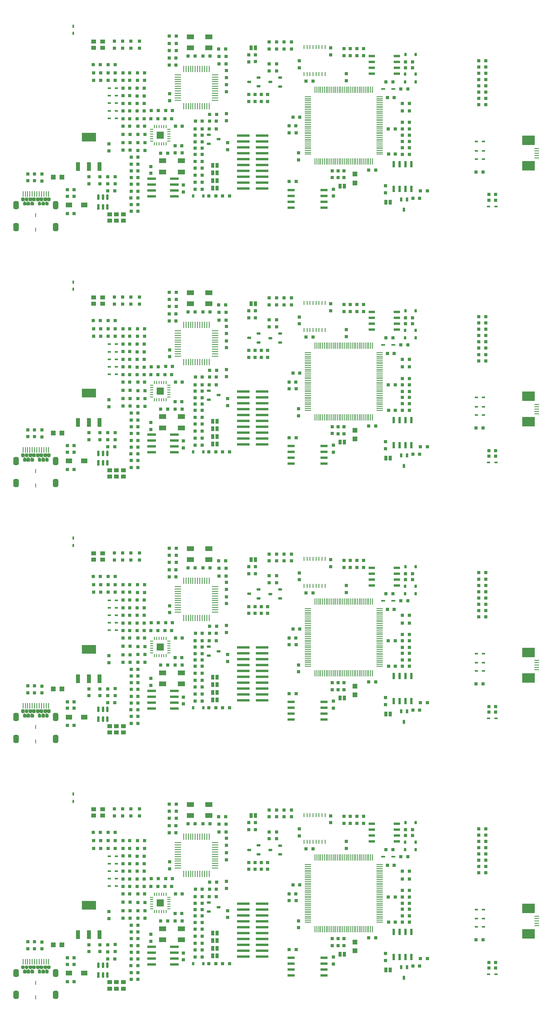
<source format=gtp>
G04*
G04 #@! TF.GenerationSoftware,Altium Limited,Altium Designer,23.1.1 (15)*
G04*
G04 Layer_Color=8421504*
%FSLAX25Y25*%
%MOIN*%
G70*
G04*
G04 #@! TF.SameCoordinates,62433247-A29E-43A8-B4B8-56B850690A23*
G04*
G04*
G04 #@! TF.FilePolarity,Positive*
G04*
G01*
G75*
%ADD21R,0.00787X0.05807*%
%ADD22R,0.05807X0.00787*%
G04:AMPARAMS|DCode=28|XSize=47.45mil|YSize=21.1mil|CornerRadius=10.55mil|HoleSize=0mil|Usage=FLASHONLY|Rotation=90.000|XOffset=0mil|YOffset=0mil|HoleType=Round|Shape=RoundedRectangle|*
%AMROUNDEDRECTD28*
21,1,0.04745,0.00000,0,0,90.0*
21,1,0.02636,0.02110,0,0,90.0*
1,1,0.02110,0.00000,0.01318*
1,1,0.02110,0.00000,-0.01318*
1,1,0.02110,0.00000,-0.01318*
1,1,0.02110,0.00000,0.01318*
%
%ADD28ROUNDEDRECTD28*%
%ADD29R,0.02110X0.04745*%
G04:AMPARAMS|DCode=34|XSize=9.42mil|YSize=29.96mil|CornerRadius=4.71mil|HoleSize=0mil|Usage=FLASHONLY|Rotation=180.000|XOffset=0mil|YOffset=0mil|HoleType=Round|Shape=RoundedRectangle|*
%AMROUNDEDRECTD34*
21,1,0.00942,0.02054,0,0,180.0*
21,1,0.00000,0.02996,0,0,180.0*
1,1,0.00942,0.00000,0.01027*
1,1,0.00942,0.00000,0.01027*
1,1,0.00942,0.00000,-0.01027*
1,1,0.00942,0.00000,-0.01027*
%
%ADD34ROUNDEDRECTD34*%
G04:AMPARAMS|DCode=35|XSize=29.96mil|YSize=9.42mil|CornerRadius=4.71mil|HoleSize=0mil|Usage=FLASHONLY|Rotation=180.000|XOffset=0mil|YOffset=0mil|HoleType=Round|Shape=RoundedRectangle|*
%AMROUNDEDRECTD35*
21,1,0.02996,0.00000,0,0,180.0*
21,1,0.02054,0.00942,0,0,180.0*
1,1,0.00942,-0.01027,0.00000*
1,1,0.00942,0.01027,0.00000*
1,1,0.00942,0.01027,0.00000*
1,1,0.00942,-0.01027,0.00000*
%
%ADD35ROUNDEDRECTD35*%
%ADD36R,0.02996X0.00942*%
%ADD70C,0.01575*%
%ADD79C,0.03150*%
%ADD80R,0.06474X0.06474*%
G04:AMPARAMS|DCode=81|XSize=30.82mil|YSize=21.77mil|CornerRadius=4.81mil|HoleSize=0mil|Usage=FLASHONLY|Rotation=180.000|XOffset=0mil|YOffset=0mil|HoleType=Round|Shape=RoundedRectangle|*
%AMROUNDEDRECTD81*
21,1,0.03082,0.01215,0,0,180.0*
21,1,0.02121,0.02177,0,0,180.0*
1,1,0.00961,-0.01060,0.00608*
1,1,0.00961,0.01060,0.00608*
1,1,0.00961,0.01060,-0.00608*
1,1,0.00961,-0.01060,-0.00608*
%
%ADD81ROUNDEDRECTD81*%
%ADD82R,0.02756X0.03150*%
G04:AMPARAMS|DCode=83|XSize=27.51mil|YSize=43.26mil|CornerRadius=0mil|HoleSize=0mil|Usage=FLASHONLY|Rotation=0.000|XOffset=0mil|YOffset=0mil|HoleType=Round|Shape=RoundedRectangle|*
%AMROUNDEDRECTD83*
21,1,0.02751,0.04326,0,0,0.0*
21,1,0.02751,0.04326,0,0,0.0*
1,1,0.00000,0.01376,-0.02163*
1,1,0.00000,-0.01376,-0.02163*
1,1,0.00000,-0.01376,0.02163*
1,1,0.00000,0.01376,0.02163*
%
%ADD83ROUNDEDRECTD83*%
%ADD84R,0.03150X0.02756*%
%ADD85R,0.00652X0.03802*%
%ADD86R,0.00986X0.04529*%
G04:AMPARAMS|DCode=87|XSize=37.31mil|YSize=31.41mil|CornerRadius=0mil|HoleSize=0mil|Usage=FLASHONLY|Rotation=180.000|XOffset=0mil|YOffset=0mil|HoleType=Round|Shape=RoundedRectangle|*
%AMROUNDEDRECTD87*
21,1,0.03731,0.03141,0,0,180.0*
21,1,0.03731,0.03141,0,0,180.0*
1,1,0.00000,-0.01866,0.01570*
1,1,0.00000,0.01866,0.01570*
1,1,0.00000,0.01866,-0.01570*
1,1,0.00000,-0.01866,-0.01570*
%
%ADD87ROUNDEDRECTD87*%
%ADD88R,0.06490X0.04127*%
%ADD89R,0.11109X0.07959*%
%ADD90R,0.04138X0.00989*%
%ADD91R,0.03488X0.01520*%
%ADD92R,0.02183X0.02970*%
%ADD93R,0.01883X0.03260*%
%ADD94R,0.05705X0.02358*%
%ADD95R,0.02007X0.05747*%
%ADD96R,0.02990X0.01711*%
%ADD97R,0.01009X0.03709*%
%ADD98O,0.00807X0.05925*%
%ADD99O,0.05925X0.00807*%
G04:AMPARAMS|DCode=100|XSize=73.79mil|YSize=19.85mil|CornerRadius=1.07mil|HoleSize=0mil|Usage=FLASHONLY|Rotation=0.000|XOffset=0mil|YOffset=0mil|HoleType=Round|Shape=RoundedRectangle|*
%AMROUNDEDRECTD100*
21,1,0.07379,0.01772,0,0,0.0*
21,1,0.07165,0.01985,0,0,0.0*
1,1,0.00214,0.03583,-0.00886*
1,1,0.00214,-0.03583,-0.00886*
1,1,0.00214,-0.03583,0.00886*
1,1,0.00214,0.03583,0.00886*
%
%ADD100ROUNDEDRECTD100*%
G04:AMPARAMS|DCode=101|XSize=33.82mil|YSize=75.16mil|CornerRadius=0mil|HoleSize=0mil|Usage=FLASHONLY|Rotation=180.000|XOffset=0mil|YOffset=0mil|HoleType=Round|Shape=RoundedRectangle|*
%AMROUNDEDRECTD101*
21,1,0.03382,0.07516,0,0,180.0*
21,1,0.03382,0.07516,0,0,180.0*
1,1,0.00000,-0.01691,0.03758*
1,1,0.00000,0.01691,0.03758*
1,1,0.00000,0.01691,-0.03758*
1,1,0.00000,-0.01691,-0.03758*
%
%ADD101ROUNDEDRECTD101*%
G04:AMPARAMS|DCode=102|XSize=117.53mil|YSize=70.29mil|CornerRadius=0mil|HoleSize=0mil|Usage=FLASHONLY|Rotation=180.000|XOffset=0mil|YOffset=0mil|HoleType=Round|Shape=RoundedRectangle|*
%AMROUNDEDRECTD102*
21,1,0.11753,0.07029,0,0,180.0*
21,1,0.11753,0.07029,0,0,180.0*
1,1,0.00000,-0.05877,0.03515*
1,1,0.00000,0.05877,0.03515*
1,1,0.00000,0.05877,-0.03515*
1,1,0.00000,-0.05877,-0.03515*
%
%ADD102ROUNDEDRECTD102*%
%ADD103R,0.10527X0.02436*%
G04:AMPARAMS|DCode=104|XSize=61.43mil|YSize=19.31mil|CornerRadius=1.09mil|HoleSize=0mil|Usage=FLASHONLY|Rotation=0.000|XOffset=0mil|YOffset=0mil|HoleType=Round|Shape=RoundedRectangle|*
%AMROUNDEDRECTD104*
21,1,0.06143,0.01713,0,0,0.0*
21,1,0.05925,0.01931,0,0,0.0*
1,1,0.00218,0.02963,-0.00856*
1,1,0.00218,-0.02963,-0.00856*
1,1,0.00218,-0.02963,0.00856*
1,1,0.00218,0.02963,0.00856*
%
%ADD104ROUNDEDRECTD104*%
%ADD105R,0.04331X0.03937*%
%ADD106R,0.03937X0.04331*%
%ADD107R,0.01711X0.02990*%
%ADD108R,0.05512X0.04331*%
D21*
X283998Y133705D02*
D03*
X285573D02*
D03*
X287148D02*
D03*
X290297D02*
D03*
X291872D02*
D03*
X293447D02*
D03*
X295022D02*
D03*
X296597D02*
D03*
X298171D02*
D03*
X299746D02*
D03*
X301321D02*
D03*
X302896D02*
D03*
X304471D02*
D03*
X306046D02*
D03*
X307620D02*
D03*
X309195D02*
D03*
X310770D02*
D03*
X312345D02*
D03*
X313919D02*
D03*
X315494D02*
D03*
X317069D02*
D03*
X318644D02*
D03*
X320219D02*
D03*
X321794D02*
D03*
X323368D02*
D03*
X324943D02*
D03*
X326518D02*
D03*
X328093D02*
D03*
X329667D02*
D03*
X331242D02*
D03*
X332817D02*
D03*
Y72776D02*
D03*
X331242D02*
D03*
X329667D02*
D03*
X328093D02*
D03*
X326518D02*
D03*
X324943D02*
D03*
X323368D02*
D03*
X321794D02*
D03*
X320219D02*
D03*
X318644D02*
D03*
X317069D02*
D03*
X315494D02*
D03*
X313919D02*
D03*
X312345D02*
D03*
X310770D02*
D03*
X309195D02*
D03*
X307620D02*
D03*
X306046D02*
D03*
X304471D02*
D03*
X302896D02*
D03*
X301321D02*
D03*
X299746D02*
D03*
X298171D02*
D03*
X296597D02*
D03*
X295022D02*
D03*
X293447D02*
D03*
X291872D02*
D03*
X290297D02*
D03*
X288723D02*
D03*
X287148D02*
D03*
X285573D02*
D03*
X283998D02*
D03*
X288723Y133705D02*
D03*
X283998Y351421D02*
D03*
X285573D02*
D03*
X287148D02*
D03*
X290297D02*
D03*
X291872D02*
D03*
X293447D02*
D03*
X295022D02*
D03*
X296597D02*
D03*
X298171D02*
D03*
X299746D02*
D03*
X301321D02*
D03*
X302896D02*
D03*
X304471D02*
D03*
X306046D02*
D03*
X307620D02*
D03*
X309195D02*
D03*
X310770D02*
D03*
X312345D02*
D03*
X313919D02*
D03*
X315494D02*
D03*
X317069D02*
D03*
X318644D02*
D03*
X320219D02*
D03*
X321794D02*
D03*
X323368D02*
D03*
X324943D02*
D03*
X326518D02*
D03*
X328093D02*
D03*
X329667D02*
D03*
X331242D02*
D03*
X332817D02*
D03*
Y290492D02*
D03*
X331242D02*
D03*
X329667D02*
D03*
X328093D02*
D03*
X326518D02*
D03*
X324943D02*
D03*
X323368D02*
D03*
X321794D02*
D03*
X320219D02*
D03*
X318644D02*
D03*
X317069D02*
D03*
X315494D02*
D03*
X313919D02*
D03*
X312345D02*
D03*
X310770D02*
D03*
X309195D02*
D03*
X307620D02*
D03*
X306046D02*
D03*
X304471D02*
D03*
X302896D02*
D03*
X301321D02*
D03*
X299746D02*
D03*
X298171D02*
D03*
X296597D02*
D03*
X295022D02*
D03*
X293447D02*
D03*
X291872D02*
D03*
X290297D02*
D03*
X288723D02*
D03*
X287148D02*
D03*
X285573D02*
D03*
X283998D02*
D03*
X288723Y351421D02*
D03*
X283998Y569138D02*
D03*
X285573D02*
D03*
X287148D02*
D03*
X290297D02*
D03*
X291872D02*
D03*
X293447D02*
D03*
X295022D02*
D03*
X296597D02*
D03*
X298171D02*
D03*
X299746D02*
D03*
X301321D02*
D03*
X302896D02*
D03*
X304471D02*
D03*
X306046D02*
D03*
X307620D02*
D03*
X309195D02*
D03*
X310770D02*
D03*
X312345D02*
D03*
X313919D02*
D03*
X315494D02*
D03*
X317069D02*
D03*
X318644D02*
D03*
X320219D02*
D03*
X321794D02*
D03*
X323368D02*
D03*
X324943D02*
D03*
X326518D02*
D03*
X328093D02*
D03*
X329667D02*
D03*
X331242D02*
D03*
X332817D02*
D03*
Y508209D02*
D03*
X331242D02*
D03*
X329667D02*
D03*
X328093D02*
D03*
X326518D02*
D03*
X324943D02*
D03*
X323368D02*
D03*
X321794D02*
D03*
X320219D02*
D03*
X318644D02*
D03*
X317069D02*
D03*
X315494D02*
D03*
X313919D02*
D03*
X312345D02*
D03*
X310770D02*
D03*
X309195D02*
D03*
X307620D02*
D03*
X306046D02*
D03*
X304471D02*
D03*
X302896D02*
D03*
X301321D02*
D03*
X299746D02*
D03*
X298171D02*
D03*
X296597D02*
D03*
X295022D02*
D03*
X293447D02*
D03*
X291872D02*
D03*
X290297D02*
D03*
X288723D02*
D03*
X287148D02*
D03*
X285573D02*
D03*
X283998D02*
D03*
X288723Y569138D02*
D03*
X283998Y786854D02*
D03*
X285573D02*
D03*
X287148D02*
D03*
X290297D02*
D03*
X291872D02*
D03*
X293447D02*
D03*
X295022D02*
D03*
X296597D02*
D03*
X298171D02*
D03*
X299746D02*
D03*
X301321D02*
D03*
X302896D02*
D03*
X304471D02*
D03*
X306046D02*
D03*
X307620D02*
D03*
X309195D02*
D03*
X310770D02*
D03*
X312345D02*
D03*
X313919D02*
D03*
X315494D02*
D03*
X317069D02*
D03*
X318644D02*
D03*
X320219D02*
D03*
X321794D02*
D03*
X323368D02*
D03*
X324943D02*
D03*
X326518D02*
D03*
X328093D02*
D03*
X329667D02*
D03*
X331242D02*
D03*
X332817D02*
D03*
Y725925D02*
D03*
X331242D02*
D03*
X329667D02*
D03*
X328093D02*
D03*
X326518D02*
D03*
X324943D02*
D03*
X323368D02*
D03*
X321794D02*
D03*
X320219D02*
D03*
X318644D02*
D03*
X317069D02*
D03*
X315494D02*
D03*
X313919D02*
D03*
X312345D02*
D03*
X310770D02*
D03*
X309195D02*
D03*
X307620D02*
D03*
X306046D02*
D03*
X304471D02*
D03*
X302896D02*
D03*
X301321D02*
D03*
X299746D02*
D03*
X298171D02*
D03*
X296597D02*
D03*
X295022D02*
D03*
X293447D02*
D03*
X291872D02*
D03*
X290297D02*
D03*
X288723D02*
D03*
X287148D02*
D03*
X285573D02*
D03*
X283998D02*
D03*
X288723Y786854D02*
D03*
D22*
X338872Y127649D02*
D03*
Y126075D02*
D03*
Y124500D02*
D03*
Y122925D02*
D03*
Y121350D02*
D03*
Y119775D02*
D03*
Y118201D02*
D03*
Y116626D02*
D03*
Y115051D02*
D03*
Y113476D02*
D03*
Y111901D02*
D03*
Y110327D02*
D03*
Y108752D02*
D03*
Y107177D02*
D03*
Y105602D02*
D03*
Y104027D02*
D03*
Y102453D02*
D03*
Y100878D02*
D03*
Y99303D02*
D03*
Y97728D02*
D03*
Y96153D02*
D03*
Y94579D02*
D03*
Y93004D02*
D03*
Y91429D02*
D03*
Y89854D02*
D03*
Y88279D02*
D03*
Y86705D02*
D03*
Y85130D02*
D03*
Y83555D02*
D03*
Y81980D02*
D03*
Y80405D02*
D03*
Y78831D02*
D03*
X277943D02*
D03*
Y80405D02*
D03*
Y81980D02*
D03*
Y83555D02*
D03*
Y85130D02*
D03*
Y86705D02*
D03*
Y88279D02*
D03*
Y89854D02*
D03*
Y91429D02*
D03*
Y93004D02*
D03*
Y94579D02*
D03*
Y96153D02*
D03*
Y97728D02*
D03*
Y99303D02*
D03*
Y100878D02*
D03*
Y102453D02*
D03*
Y104027D02*
D03*
Y105602D02*
D03*
Y107177D02*
D03*
Y108752D02*
D03*
Y110327D02*
D03*
Y111901D02*
D03*
Y113476D02*
D03*
Y115051D02*
D03*
Y116626D02*
D03*
Y118201D02*
D03*
Y119775D02*
D03*
Y121350D02*
D03*
Y122925D02*
D03*
Y124500D02*
D03*
Y126075D02*
D03*
Y127649D02*
D03*
X338872Y345366D02*
D03*
Y343791D02*
D03*
Y342216D02*
D03*
Y340642D02*
D03*
Y339067D02*
D03*
Y337492D02*
D03*
Y335917D02*
D03*
Y334342D02*
D03*
Y332768D02*
D03*
Y331193D02*
D03*
Y329618D02*
D03*
Y328043D02*
D03*
Y326468D02*
D03*
Y324894D02*
D03*
Y323319D02*
D03*
Y321744D02*
D03*
Y320169D02*
D03*
Y318594D02*
D03*
Y317020D02*
D03*
Y315445D02*
D03*
Y313870D02*
D03*
Y312295D02*
D03*
Y310720D02*
D03*
Y309145D02*
D03*
Y307571D02*
D03*
Y305996D02*
D03*
Y304421D02*
D03*
Y302846D02*
D03*
Y301272D02*
D03*
Y299697D02*
D03*
Y298122D02*
D03*
Y296547D02*
D03*
X277943D02*
D03*
Y298122D02*
D03*
Y299697D02*
D03*
Y301272D02*
D03*
Y302846D02*
D03*
Y304421D02*
D03*
Y305996D02*
D03*
Y307571D02*
D03*
Y309145D02*
D03*
Y310720D02*
D03*
Y312295D02*
D03*
Y313870D02*
D03*
Y315445D02*
D03*
Y317020D02*
D03*
Y318594D02*
D03*
Y320169D02*
D03*
Y321744D02*
D03*
Y323319D02*
D03*
Y324894D02*
D03*
Y326468D02*
D03*
Y328043D02*
D03*
Y329618D02*
D03*
Y331193D02*
D03*
Y332768D02*
D03*
Y334342D02*
D03*
Y335917D02*
D03*
Y337492D02*
D03*
Y339067D02*
D03*
Y340642D02*
D03*
Y342216D02*
D03*
Y343791D02*
D03*
Y345366D02*
D03*
X338872Y563083D02*
D03*
Y561508D02*
D03*
Y559933D02*
D03*
Y558358D02*
D03*
Y556783D02*
D03*
Y555208D02*
D03*
Y553634D02*
D03*
Y552059D02*
D03*
Y550484D02*
D03*
Y548909D02*
D03*
Y547334D02*
D03*
Y545760D02*
D03*
Y544185D02*
D03*
Y542610D02*
D03*
Y541035D02*
D03*
Y539461D02*
D03*
Y537886D02*
D03*
Y536311D02*
D03*
Y534736D02*
D03*
Y533161D02*
D03*
Y531587D02*
D03*
Y530012D02*
D03*
Y528437D02*
D03*
Y526862D02*
D03*
Y525287D02*
D03*
Y523712D02*
D03*
Y522138D02*
D03*
Y520563D02*
D03*
Y518988D02*
D03*
Y517413D02*
D03*
Y515838D02*
D03*
Y514264D02*
D03*
X277943D02*
D03*
Y515838D02*
D03*
Y517413D02*
D03*
Y518988D02*
D03*
Y520563D02*
D03*
Y522138D02*
D03*
Y523712D02*
D03*
Y525287D02*
D03*
Y526862D02*
D03*
Y528437D02*
D03*
Y530012D02*
D03*
Y531587D02*
D03*
Y533161D02*
D03*
Y534736D02*
D03*
Y536311D02*
D03*
Y537886D02*
D03*
Y539461D02*
D03*
Y541035D02*
D03*
Y542610D02*
D03*
Y544185D02*
D03*
Y545760D02*
D03*
Y547334D02*
D03*
Y548909D02*
D03*
Y550484D02*
D03*
Y552059D02*
D03*
Y553634D02*
D03*
Y555208D02*
D03*
Y556783D02*
D03*
Y558358D02*
D03*
Y559933D02*
D03*
Y561508D02*
D03*
Y563083D02*
D03*
X338872Y780799D02*
D03*
Y779224D02*
D03*
Y777649D02*
D03*
Y776075D02*
D03*
Y774500D02*
D03*
Y772925D02*
D03*
Y771350D02*
D03*
Y769775D02*
D03*
Y768201D02*
D03*
Y766626D02*
D03*
Y765051D02*
D03*
Y763476D02*
D03*
Y761902D02*
D03*
Y760327D02*
D03*
Y758752D02*
D03*
Y757177D02*
D03*
Y755602D02*
D03*
Y754027D02*
D03*
Y752453D02*
D03*
Y750878D02*
D03*
Y749303D02*
D03*
Y747728D02*
D03*
Y746153D02*
D03*
Y744579D02*
D03*
Y743004D02*
D03*
Y741429D02*
D03*
Y739854D02*
D03*
Y738279D02*
D03*
Y736705D02*
D03*
Y735130D02*
D03*
Y733555D02*
D03*
Y731980D02*
D03*
X277943D02*
D03*
Y733555D02*
D03*
Y735130D02*
D03*
Y736705D02*
D03*
Y738279D02*
D03*
Y739854D02*
D03*
Y741429D02*
D03*
Y743004D02*
D03*
Y744579D02*
D03*
Y746153D02*
D03*
Y747728D02*
D03*
Y749303D02*
D03*
Y750878D02*
D03*
Y752453D02*
D03*
Y754027D02*
D03*
Y755602D02*
D03*
Y757177D02*
D03*
Y758752D02*
D03*
Y760327D02*
D03*
Y761902D02*
D03*
Y763476D02*
D03*
Y765051D02*
D03*
Y766626D02*
D03*
Y768201D02*
D03*
Y769775D02*
D03*
Y771350D02*
D03*
Y772925D02*
D03*
Y774500D02*
D03*
Y776075D02*
D03*
Y777649D02*
D03*
Y779224D02*
D03*
Y780799D02*
D03*
D28*
X99681Y42140D02*
D03*
X103421D02*
D03*
X107161D02*
D03*
Y33868D02*
D03*
X103421D02*
D03*
X99681Y259856D02*
D03*
X103421D02*
D03*
X107161D02*
D03*
Y251585D02*
D03*
X103421D02*
D03*
X99681Y477573D02*
D03*
X103421D02*
D03*
X107161D02*
D03*
Y469301D02*
D03*
X103421D02*
D03*
X99681Y695289D02*
D03*
X103421D02*
D03*
X107161D02*
D03*
Y687018D02*
D03*
X103421D02*
D03*
D29*
X99681Y33868D02*
D03*
Y251585D02*
D03*
Y469301D02*
D03*
Y687018D02*
D03*
D34*
X157210Y87625D02*
D03*
X155242D02*
D03*
X153273D02*
D03*
X151305D02*
D03*
X149336D02*
D03*
X147368D02*
D03*
Y102393D02*
D03*
X149336D02*
D03*
X151305D02*
D03*
X153273D02*
D03*
X155242D02*
D03*
X157210D02*
D03*
Y305342D02*
D03*
X155242D02*
D03*
X153273D02*
D03*
X151305D02*
D03*
X149336D02*
D03*
X147368D02*
D03*
Y320110D02*
D03*
X149336D02*
D03*
X151305D02*
D03*
X153273D02*
D03*
X155242D02*
D03*
X157210D02*
D03*
Y523059D02*
D03*
X155242D02*
D03*
X153273D02*
D03*
X151305D02*
D03*
X149336D02*
D03*
X147368D02*
D03*
Y537826D02*
D03*
X149336D02*
D03*
X151305D02*
D03*
X153273D02*
D03*
X155242D02*
D03*
X157210D02*
D03*
Y740775D02*
D03*
X155242D02*
D03*
X153273D02*
D03*
X151305D02*
D03*
X149336D02*
D03*
X147368D02*
D03*
Y755543D02*
D03*
X149336D02*
D03*
X151305D02*
D03*
X153273D02*
D03*
X155242D02*
D03*
X157210D02*
D03*
D35*
X144905Y90088D02*
D03*
Y92057D02*
D03*
Y94025D02*
D03*
Y95994D02*
D03*
Y97962D02*
D03*
Y99931D02*
D03*
X159673D02*
D03*
Y97962D02*
D03*
Y95994D02*
D03*
Y94025D02*
D03*
Y92057D02*
D03*
X144905Y307805D02*
D03*
Y309773D02*
D03*
Y311742D02*
D03*
Y313710D02*
D03*
Y315679D02*
D03*
Y317647D02*
D03*
X159673D02*
D03*
Y315679D02*
D03*
Y313710D02*
D03*
Y311742D02*
D03*
Y309773D02*
D03*
X144905Y525521D02*
D03*
Y527490D02*
D03*
Y529458D02*
D03*
Y531427D02*
D03*
Y533395D02*
D03*
Y535364D02*
D03*
X159673D02*
D03*
Y533395D02*
D03*
Y531427D02*
D03*
Y529458D02*
D03*
Y527490D02*
D03*
X144905Y743238D02*
D03*
Y745206D02*
D03*
Y747175D02*
D03*
Y749143D02*
D03*
Y751112D02*
D03*
Y753080D02*
D03*
X159673D02*
D03*
Y751112D02*
D03*
Y749143D02*
D03*
Y747175D02*
D03*
Y745206D02*
D03*
D36*
Y90088D02*
D03*
Y307805D02*
D03*
Y525521D02*
D03*
Y743238D02*
D03*
D70*
X37441Y37323D02*
G03*
X37441Y37323I-630J0D01*
G01*
X40591D02*
G03*
X40591Y37323I-630J0D01*
G01*
X43740D02*
G03*
X43740Y37323I-630J0D01*
G01*
X50039D02*
G03*
X50039Y37323I-630J0D01*
G01*
X53189D02*
G03*
X53189Y37323I-630J0D01*
G01*
X56339D02*
G03*
X56339Y37323I-630J0D01*
G01*
X57914Y40079D02*
G03*
X57914Y40079I-630J0D01*
G01*
X54764D02*
G03*
X54764Y40079I-630J0D01*
G01*
X51614D02*
G03*
X51614Y40079I-630J0D01*
G01*
X48465D02*
G03*
X48465Y40079I-630J0D01*
G01*
X45315D02*
G03*
X45315Y40079I-630J0D01*
G01*
X42165D02*
G03*
X42165Y40079I-630J0D01*
G01*
X39016D02*
G03*
X39016Y40079I-630J0D01*
G01*
X35866D02*
G03*
X35866Y40079I-630J0D01*
G01*
X36181Y36142D02*
X37441D01*
X36181Y37323D02*
X37441D01*
Y36142D02*
Y37323D01*
X36181Y36142D02*
Y37323D01*
X39331D02*
X40591D01*
X39331Y36142D02*
X40591D01*
Y37323D01*
X39331Y36142D02*
Y37323D01*
X42480D02*
X43740D01*
X42480Y36142D02*
X43740D01*
Y37323D01*
X42480Y36142D02*
Y37323D01*
X48780D02*
X50039D01*
X48780Y36142D02*
X50039D01*
Y37323D01*
X48780Y36142D02*
Y37323D01*
X51929D02*
X53189D01*
X51929Y36142D02*
X53189D01*
Y37323D01*
X51929Y36142D02*
Y37323D01*
X55079D02*
X56339D01*
X55079Y36142D02*
X56339D01*
Y37323D01*
X55079Y36142D02*
Y37323D01*
X56654Y40079D02*
X57914D01*
X56654Y41260D02*
X57914D01*
X56654Y40079D02*
Y41260D01*
X57914Y40079D02*
Y41260D01*
X53504Y40079D02*
X54764D01*
X53504Y41260D02*
X54764D01*
X53504Y40079D02*
Y41260D01*
X54764Y40079D02*
Y41260D01*
X50354Y40079D02*
X51614D01*
X50354Y41260D02*
X51614D01*
X50354Y40079D02*
Y41260D01*
X51614Y40079D02*
Y41260D01*
X47205Y40079D02*
X48465D01*
X47205Y41260D02*
X48465D01*
X47205Y40079D02*
Y41260D01*
X48465Y40079D02*
Y41260D01*
X44055Y40079D02*
X45315D01*
X44055Y41260D02*
X45315D01*
X44055Y40079D02*
Y41260D01*
X45315Y40079D02*
Y41260D01*
X40906Y40079D02*
X42165D01*
X40906Y41260D02*
X42165D01*
X40906Y40079D02*
Y41260D01*
X42165Y40079D02*
Y41260D01*
X37756Y40079D02*
X39016D01*
X37756Y41260D02*
X39016D01*
X37756Y40079D02*
Y41260D01*
X39016Y40079D02*
Y41260D01*
X34606Y40079D02*
X35866D01*
X34606Y41260D02*
X35866D01*
X34606Y40079D02*
Y41260D01*
X35866Y40079D02*
Y41260D01*
X37441Y255039D02*
G03*
X37441Y255039I-630J0D01*
G01*
X40591D02*
G03*
X40591Y255039I-630J0D01*
G01*
X43740D02*
G03*
X43740Y255039I-630J0D01*
G01*
X50039D02*
G03*
X50039Y255039I-630J0D01*
G01*
X53189D02*
G03*
X53189Y255039I-630J0D01*
G01*
X56339D02*
G03*
X56339Y255039I-630J0D01*
G01*
X57914Y257795D02*
G03*
X57914Y257795I-630J0D01*
G01*
X54764D02*
G03*
X54764Y257795I-630J0D01*
G01*
X51614D02*
G03*
X51614Y257795I-630J0D01*
G01*
X48465D02*
G03*
X48465Y257795I-630J0D01*
G01*
X45315D02*
G03*
X45315Y257795I-630J0D01*
G01*
X42165D02*
G03*
X42165Y257795I-630J0D01*
G01*
X39016D02*
G03*
X39016Y257795I-630J0D01*
G01*
X35866D02*
G03*
X35866Y257795I-630J0D01*
G01*
X36181Y253858D02*
X37441D01*
X36181Y255039D02*
X37441D01*
Y253858D02*
Y255039D01*
X36181Y253858D02*
Y255039D01*
X39331D02*
X40591D01*
X39331Y253858D02*
X40591D01*
Y255039D01*
X39331Y253858D02*
Y255039D01*
X42480D02*
X43740D01*
X42480Y253858D02*
X43740D01*
Y255039D01*
X42480Y253858D02*
Y255039D01*
X48780D02*
X50039D01*
X48780Y253858D02*
X50039D01*
Y255039D01*
X48780Y253858D02*
Y255039D01*
X51929D02*
X53189D01*
X51929Y253858D02*
X53189D01*
Y255039D01*
X51929Y253858D02*
Y255039D01*
X55079D02*
X56339D01*
X55079Y253858D02*
X56339D01*
Y255039D01*
X55079Y253858D02*
Y255039D01*
X56654Y257795D02*
X57914D01*
X56654Y258976D02*
X57914D01*
X56654Y257795D02*
Y258976D01*
X57914Y257795D02*
Y258976D01*
X53504Y257795D02*
X54764D01*
X53504Y258976D02*
X54764D01*
X53504Y257795D02*
Y258976D01*
X54764Y257795D02*
Y258976D01*
X50354Y257795D02*
X51614D01*
X50354Y258976D02*
X51614D01*
X50354Y257795D02*
Y258976D01*
X51614Y257795D02*
Y258976D01*
X47205Y257795D02*
X48465D01*
X47205Y258976D02*
X48465D01*
X47205Y257795D02*
Y258976D01*
X48465Y257795D02*
Y258976D01*
X44055Y257795D02*
X45315D01*
X44055Y258976D02*
X45315D01*
X44055Y257795D02*
Y258976D01*
X45315Y257795D02*
Y258976D01*
X40906Y257795D02*
X42165D01*
X40906Y258976D02*
X42165D01*
X40906Y257795D02*
Y258976D01*
X42165Y257795D02*
Y258976D01*
X37756Y257795D02*
X39016D01*
X37756Y258976D02*
X39016D01*
X37756Y257795D02*
Y258976D01*
X39016Y257795D02*
Y258976D01*
X34606Y257795D02*
X35866D01*
X34606Y258976D02*
X35866D01*
X34606Y257795D02*
Y258976D01*
X35866Y257795D02*
Y258976D01*
X37441Y472756D02*
G03*
X37441Y472756I-630J0D01*
G01*
X40591D02*
G03*
X40591Y472756I-630J0D01*
G01*
X43740D02*
G03*
X43740Y472756I-630J0D01*
G01*
X50039D02*
G03*
X50039Y472756I-630J0D01*
G01*
X53189D02*
G03*
X53189Y472756I-630J0D01*
G01*
X56339D02*
G03*
X56339Y472756I-630J0D01*
G01*
X57914Y475512D02*
G03*
X57914Y475512I-630J0D01*
G01*
X54764D02*
G03*
X54764Y475512I-630J0D01*
G01*
X51614D02*
G03*
X51614Y475512I-630J0D01*
G01*
X48465D02*
G03*
X48465Y475512I-630J0D01*
G01*
X45315D02*
G03*
X45315Y475512I-630J0D01*
G01*
X42165D02*
G03*
X42165Y475512I-630J0D01*
G01*
X39016D02*
G03*
X39016Y475512I-630J0D01*
G01*
X35866D02*
G03*
X35866Y475512I-630J0D01*
G01*
X36181Y471575D02*
X37441D01*
X36181Y472756D02*
X37441D01*
Y471575D02*
Y472756D01*
X36181Y471575D02*
Y472756D01*
X39331D02*
X40591D01*
X39331Y471575D02*
X40591D01*
Y472756D01*
X39331Y471575D02*
Y472756D01*
X42480D02*
X43740D01*
X42480Y471575D02*
X43740D01*
Y472756D01*
X42480Y471575D02*
Y472756D01*
X48780D02*
X50039D01*
X48780Y471575D02*
X50039D01*
Y472756D01*
X48780Y471575D02*
Y472756D01*
X51929D02*
X53189D01*
X51929Y471575D02*
X53189D01*
Y472756D01*
X51929Y471575D02*
Y472756D01*
X55079D02*
X56339D01*
X55079Y471575D02*
X56339D01*
Y472756D01*
X55079Y471575D02*
Y472756D01*
X56654Y475512D02*
X57914D01*
X56654Y476693D02*
X57914D01*
X56654Y475512D02*
Y476693D01*
X57914Y475512D02*
Y476693D01*
X53504Y475512D02*
X54764D01*
X53504Y476693D02*
X54764D01*
X53504Y475512D02*
Y476693D01*
X54764Y475512D02*
Y476693D01*
X50354Y475512D02*
X51614D01*
X50354Y476693D02*
X51614D01*
X50354Y475512D02*
Y476693D01*
X51614Y475512D02*
Y476693D01*
X47205Y475512D02*
X48465D01*
X47205Y476693D02*
X48465D01*
X47205Y475512D02*
Y476693D01*
X48465Y475512D02*
Y476693D01*
X44055Y475512D02*
X45315D01*
X44055Y476693D02*
X45315D01*
X44055Y475512D02*
Y476693D01*
X45315Y475512D02*
Y476693D01*
X40906Y475512D02*
X42165D01*
X40906Y476693D02*
X42165D01*
X40906Y475512D02*
Y476693D01*
X42165Y475512D02*
Y476693D01*
X37756Y475512D02*
X39016D01*
X37756Y476693D02*
X39016D01*
X37756Y475512D02*
Y476693D01*
X39016Y475512D02*
Y476693D01*
X34606Y475512D02*
X35866D01*
X34606Y476693D02*
X35866D01*
X34606Y475512D02*
Y476693D01*
X35866Y475512D02*
Y476693D01*
X37441Y690472D02*
G03*
X37441Y690472I-630J0D01*
G01*
X40591D02*
G03*
X40591Y690472I-630J0D01*
G01*
X43740D02*
G03*
X43740Y690472I-630J0D01*
G01*
X50039D02*
G03*
X50039Y690472I-630J0D01*
G01*
X53189D02*
G03*
X53189Y690472I-630J0D01*
G01*
X56339D02*
G03*
X56339Y690472I-630J0D01*
G01*
X57914Y693228D02*
G03*
X57914Y693228I-630J0D01*
G01*
X54764D02*
G03*
X54764Y693228I-630J0D01*
G01*
X51614D02*
G03*
X51614Y693228I-630J0D01*
G01*
X48465D02*
G03*
X48465Y693228I-630J0D01*
G01*
X45315D02*
G03*
X45315Y693228I-630J0D01*
G01*
X42165D02*
G03*
X42165Y693228I-630J0D01*
G01*
X39016D02*
G03*
X39016Y693228I-630J0D01*
G01*
X35866D02*
G03*
X35866Y693228I-630J0D01*
G01*
X36181Y689291D02*
X37441D01*
X36181Y690472D02*
X37441D01*
Y689291D02*
Y690472D01*
X36181Y689291D02*
Y690472D01*
X39331D02*
X40591D01*
X39331Y689291D02*
X40591D01*
Y690472D01*
X39331Y689291D02*
Y690472D01*
X42480D02*
X43740D01*
X42480Y689291D02*
X43740D01*
Y690472D01*
X42480Y689291D02*
Y690472D01*
X48780D02*
X50039D01*
X48780Y689291D02*
X50039D01*
Y690472D01*
X48780Y689291D02*
Y690472D01*
X51929D02*
X53189D01*
X51929Y689291D02*
X53189D01*
Y690472D01*
X51929Y689291D02*
Y690472D01*
X55079D02*
X56339D01*
X55079Y689291D02*
X56339D01*
Y690472D01*
X55079Y689291D02*
Y690472D01*
X56654Y693228D02*
X57914D01*
X56654Y694409D02*
X57914D01*
X56654Y693228D02*
Y694409D01*
X57914Y693228D02*
Y694409D01*
X53504Y693228D02*
X54764D01*
X53504Y694409D02*
X54764D01*
X53504Y693228D02*
Y694409D01*
X54764Y693228D02*
Y694409D01*
X50354Y693228D02*
X51614D01*
X50354Y694409D02*
X51614D01*
X50354Y693228D02*
Y694409D01*
X51614Y693228D02*
Y694409D01*
X47205Y693228D02*
X48465D01*
X47205Y694409D02*
X48465D01*
X47205Y693228D02*
Y694409D01*
X48465Y693228D02*
Y694409D01*
X44055Y693228D02*
X45315D01*
X44055Y694409D02*
X45315D01*
X44055Y693228D02*
Y694409D01*
X45315Y693228D02*
Y694409D01*
X40906Y693228D02*
X42165D01*
X40906Y694409D02*
X42165D01*
X40906Y693228D02*
Y694409D01*
X42165Y693228D02*
Y694409D01*
X37756Y693228D02*
X39016D01*
X37756Y694409D02*
X39016D01*
X37756Y693228D02*
Y694409D01*
X39016Y693228D02*
Y694409D01*
X34606Y693228D02*
X35866D01*
X34606Y694409D02*
X35866D01*
X34606Y693228D02*
Y694409D01*
X35866Y693228D02*
Y694409D01*
D79*
X62285Y15027D02*
X63860D01*
X62285Y18964D02*
X63860D01*
Y15027D02*
Y18964D01*
X62285Y15027D02*
Y18964D01*
X28663Y15027D02*
X30238D01*
X28663Y18964D02*
X30238D01*
Y15027D02*
Y18964D01*
X28663Y15027D02*
Y18964D01*
Y33649D02*
X30238D01*
X28663Y37586D02*
X30238D01*
Y33649D02*
Y37586D01*
X28663Y33649D02*
Y37586D01*
X62285Y33649D02*
X63860D01*
X62285Y37586D02*
X63860D01*
Y33649D02*
Y37586D01*
X62285Y33649D02*
Y37586D01*
Y232743D02*
X63860D01*
X62285Y236680D02*
X63860D01*
Y232743D02*
Y236680D01*
X62285Y232743D02*
Y236680D01*
X28663Y232743D02*
X30238D01*
X28663Y236680D02*
X30238D01*
Y232743D02*
Y236680D01*
X28663Y232743D02*
Y236680D01*
Y251365D02*
X30238D01*
X28663Y255302D02*
X30238D01*
Y251365D02*
Y255302D01*
X28663Y251365D02*
Y255302D01*
X62285Y251365D02*
X63860D01*
X62285Y255302D02*
X63860D01*
Y251365D02*
Y255302D01*
X62285Y251365D02*
Y255302D01*
Y450460D02*
X63860D01*
X62285Y454397D02*
X63860D01*
Y450460D02*
Y454397D01*
X62285Y450460D02*
Y454397D01*
X28663Y450460D02*
X30238D01*
X28663Y454397D02*
X30238D01*
Y450460D02*
Y454397D01*
X28663Y450460D02*
Y454397D01*
Y469082D02*
X30238D01*
X28663Y473019D02*
X30238D01*
Y469082D02*
Y473019D01*
X28663Y469082D02*
Y473019D01*
X62285Y469082D02*
X63860D01*
X62285Y473019D02*
X63860D01*
Y469082D02*
Y473019D01*
X62285Y469082D02*
Y473019D01*
Y668176D02*
X63860D01*
X62285Y672113D02*
X63860D01*
Y668176D02*
Y672113D01*
X62285Y668176D02*
Y672113D01*
X28663Y668176D02*
X30238D01*
X28663Y672113D02*
X30238D01*
Y668176D02*
Y672113D01*
X28663Y668176D02*
Y672113D01*
Y686798D02*
X30238D01*
X28663Y690735D02*
X30238D01*
Y686798D02*
Y690735D01*
X28663Y686798D02*
Y690735D01*
X62285Y686798D02*
X63860D01*
X62285Y690735D02*
X63860D01*
Y686798D02*
Y690735D01*
X62285Y686798D02*
Y690735D01*
D80*
X152289Y95009D02*
D03*
Y312726D02*
D03*
Y530442D02*
D03*
Y748159D02*
D03*
D81*
X246040Y140166D02*
D03*
X254268Y143946D02*
D03*
Y136387D02*
D03*
X193721Y95315D02*
D03*
Y87756D02*
D03*
X201949Y91535D02*
D03*
X236007Y136483D02*
D03*
Y144042D02*
D03*
X227779Y140262D02*
D03*
X246040Y357883D02*
D03*
X254268Y361662D02*
D03*
Y354103D02*
D03*
X193721Y313031D02*
D03*
Y305472D02*
D03*
X201949Y309252D02*
D03*
X236007Y354199D02*
D03*
Y361758D02*
D03*
X227779Y357979D02*
D03*
X246040Y575599D02*
D03*
X254268Y579379D02*
D03*
Y571820D02*
D03*
X193721Y530748D02*
D03*
Y523189D02*
D03*
X201949Y526968D02*
D03*
X236007Y571916D02*
D03*
Y579475D02*
D03*
X227779Y575695D02*
D03*
X246040Y793316D02*
D03*
X254268Y797095D02*
D03*
Y789536D02*
D03*
X193721Y748464D02*
D03*
Y740905D02*
D03*
X201949Y744685D02*
D03*
X236007Y789632D02*
D03*
Y797191D02*
D03*
X227779Y793412D02*
D03*
D82*
X227591Y129553D02*
D03*
Y123648D02*
D03*
X232905Y129553D02*
D03*
Y123648D02*
D03*
X238219Y129553D02*
D03*
Y123648D02*
D03*
X243533Y129553D02*
D03*
Y123648D02*
D03*
X251178Y155618D02*
D03*
Y149712D02*
D03*
X257446Y174213D02*
D03*
Y168307D02*
D03*
X245045Y155618D02*
D03*
Y149712D02*
D03*
X233268Y163386D02*
D03*
Y157480D02*
D03*
X113993Y59683D02*
D03*
Y53777D02*
D03*
X303542Y58836D02*
D03*
Y64741D02*
D03*
X251113Y168307D02*
D03*
Y174213D02*
D03*
X263780Y168307D02*
D03*
Y174213D02*
D03*
X319607Y162782D02*
D03*
Y168688D02*
D03*
X308452D02*
D03*
Y162782D02*
D03*
X325184Y168688D02*
D03*
Y162782D02*
D03*
X314029Y168688D02*
D03*
Y162782D02*
D03*
X343898Y51962D02*
D03*
Y46056D02*
D03*
X299406Y43150D02*
D03*
Y49056D02*
D03*
X208542Y131923D02*
D03*
Y137828D02*
D03*
X113197Y169068D02*
D03*
Y174974D02*
D03*
X120284D02*
D03*
Y169068D02*
D03*
X127370Y174974D02*
D03*
Y169068D02*
D03*
X134457Y174974D02*
D03*
Y169068D02*
D03*
X144068Y62489D02*
D03*
Y68395D02*
D03*
X39473Y62098D02*
D03*
Y56193D02*
D03*
X45379Y62098D02*
D03*
Y56193D02*
D03*
X208542Y107400D02*
D03*
Y113305D02*
D03*
X107573Y53617D02*
D03*
Y59523D02*
D03*
X101058Y53634D02*
D03*
Y59540D02*
D03*
X298629Y58858D02*
D03*
Y64764D02*
D03*
X310728Y147342D02*
D03*
Y141437D02*
D03*
X308446Y58834D02*
D03*
Y64740D02*
D03*
X269962Y73976D02*
D03*
Y79881D02*
D03*
X244779Y174212D02*
D03*
Y168307D02*
D03*
X270422Y152247D02*
D03*
Y158153D02*
D03*
X297261Y169278D02*
D03*
Y163372D02*
D03*
X209646Y88582D02*
D03*
Y82677D02*
D03*
X227474Y163307D02*
D03*
Y157402D02*
D03*
X208542Y144078D02*
D03*
Y149983D02*
D03*
X160137Y130147D02*
D03*
Y124242D02*
D03*
X172047Y52559D02*
D03*
Y46653D02*
D03*
X91661Y53634D02*
D03*
Y59540D02*
D03*
X108664Y81767D02*
D03*
Y87673D02*
D03*
X51690Y55996D02*
D03*
Y61902D02*
D03*
X227591Y347270D02*
D03*
Y341365D02*
D03*
X232905Y347270D02*
D03*
Y341365D02*
D03*
X238219Y347270D02*
D03*
Y341365D02*
D03*
X243533Y347270D02*
D03*
Y341365D02*
D03*
X251178Y373334D02*
D03*
Y367429D02*
D03*
X257446Y391929D02*
D03*
Y386023D02*
D03*
X245045Y373334D02*
D03*
Y367429D02*
D03*
X233268Y381102D02*
D03*
Y375197D02*
D03*
X113993Y277400D02*
D03*
Y271494D02*
D03*
X303542Y276552D02*
D03*
Y282458D02*
D03*
X251113Y386023D02*
D03*
Y391929D02*
D03*
X263780Y386023D02*
D03*
Y391929D02*
D03*
X319607Y380499D02*
D03*
Y386404D02*
D03*
X308452D02*
D03*
Y380499D02*
D03*
X325184Y386404D02*
D03*
Y380499D02*
D03*
X314029Y386404D02*
D03*
Y380499D02*
D03*
X343898Y269678D02*
D03*
Y263773D02*
D03*
X299406Y260867D02*
D03*
Y266772D02*
D03*
X208542Y349639D02*
D03*
Y355545D02*
D03*
X113197Y386785D02*
D03*
Y392690D02*
D03*
X120284D02*
D03*
Y386785D02*
D03*
X127370Y392690D02*
D03*
Y386785D02*
D03*
X134457Y392690D02*
D03*
Y386785D02*
D03*
X144068Y280206D02*
D03*
Y286111D02*
D03*
X39473Y279815D02*
D03*
Y273909D02*
D03*
X45379Y279815D02*
D03*
Y273909D02*
D03*
X208542Y325116D02*
D03*
Y331022D02*
D03*
X107573Y271334D02*
D03*
Y277239D02*
D03*
X101058Y271351D02*
D03*
Y277256D02*
D03*
X298629Y276575D02*
D03*
Y282480D02*
D03*
X310728Y365059D02*
D03*
Y359153D02*
D03*
X308446Y276551D02*
D03*
Y282457D02*
D03*
X269962Y291692D02*
D03*
Y297598D02*
D03*
X244779Y391929D02*
D03*
Y386023D02*
D03*
X270422Y369964D02*
D03*
Y375869D02*
D03*
X297261Y386995D02*
D03*
Y381089D02*
D03*
X209646Y306299D02*
D03*
Y300394D02*
D03*
X227474Y381024D02*
D03*
Y375118D02*
D03*
X208542Y361794D02*
D03*
Y367700D02*
D03*
X160137Y347864D02*
D03*
Y341958D02*
D03*
X172047Y270275D02*
D03*
Y264370D02*
D03*
X91661Y271351D02*
D03*
Y277256D02*
D03*
X108664Y299484D02*
D03*
Y305389D02*
D03*
X51690Y273713D02*
D03*
Y279618D02*
D03*
X227591Y564987D02*
D03*
Y559081D02*
D03*
X232905Y564987D02*
D03*
Y559081D02*
D03*
X238219Y564987D02*
D03*
Y559081D02*
D03*
X243533Y564987D02*
D03*
Y559081D02*
D03*
X251178Y591051D02*
D03*
Y585145D02*
D03*
X257446Y609646D02*
D03*
Y603740D02*
D03*
X245045Y591051D02*
D03*
Y585145D02*
D03*
X233268Y598819D02*
D03*
Y592913D02*
D03*
X113993Y495116D02*
D03*
Y489211D02*
D03*
X303542Y494269D02*
D03*
Y500174D02*
D03*
X251113Y603740D02*
D03*
Y609646D02*
D03*
X263780Y603740D02*
D03*
Y609646D02*
D03*
X319607Y598215D02*
D03*
Y604121D02*
D03*
X308452D02*
D03*
Y598215D02*
D03*
X325184Y604121D02*
D03*
Y598215D02*
D03*
X314029Y604121D02*
D03*
Y598215D02*
D03*
X343898Y487395D02*
D03*
Y481489D02*
D03*
X299406Y478583D02*
D03*
Y484489D02*
D03*
X208542Y567356D02*
D03*
Y573261D02*
D03*
X113197Y604501D02*
D03*
Y610407D02*
D03*
X120284D02*
D03*
Y604501D02*
D03*
X127370Y610407D02*
D03*
Y604501D02*
D03*
X134457Y610407D02*
D03*
Y604501D02*
D03*
X144068Y497923D02*
D03*
Y503828D02*
D03*
X39473Y497532D02*
D03*
Y491626D02*
D03*
X45379Y497532D02*
D03*
Y491626D02*
D03*
X208542Y542833D02*
D03*
Y548738D02*
D03*
X107573Y489050D02*
D03*
Y494956D02*
D03*
X101058Y489067D02*
D03*
Y494973D02*
D03*
X298629Y494291D02*
D03*
Y500197D02*
D03*
X310728Y582775D02*
D03*
Y576870D02*
D03*
X308446Y494268D02*
D03*
Y500173D02*
D03*
X269962Y509409D02*
D03*
Y515314D02*
D03*
X244779Y609646D02*
D03*
Y603740D02*
D03*
X270422Y587680D02*
D03*
Y593586D02*
D03*
X297261Y604711D02*
D03*
Y598806D02*
D03*
X209646Y524016D02*
D03*
Y518110D02*
D03*
X227474Y598740D02*
D03*
Y592835D02*
D03*
X208542Y579511D02*
D03*
Y585416D02*
D03*
X160137Y565580D02*
D03*
Y559675D02*
D03*
X172047Y487992D02*
D03*
Y482087D02*
D03*
X91661Y489067D02*
D03*
Y494973D02*
D03*
X108664Y517200D02*
D03*
Y523106D02*
D03*
X51690Y491429D02*
D03*
Y497335D02*
D03*
X227591Y782703D02*
D03*
Y776798D02*
D03*
X232905Y782703D02*
D03*
Y776798D02*
D03*
X238219Y782703D02*
D03*
Y776798D02*
D03*
X243533Y782703D02*
D03*
Y776798D02*
D03*
X251178Y808767D02*
D03*
Y802862D02*
D03*
X257446Y827362D02*
D03*
Y821457D02*
D03*
X245045Y808767D02*
D03*
Y802862D02*
D03*
X233268Y816535D02*
D03*
Y810630D02*
D03*
X113993Y712833D02*
D03*
Y706927D02*
D03*
X303542Y711985D02*
D03*
Y717891D02*
D03*
X251113Y821457D02*
D03*
Y827362D02*
D03*
X263780Y821457D02*
D03*
Y827362D02*
D03*
X319607Y815932D02*
D03*
Y821838D02*
D03*
X308452D02*
D03*
Y815932D02*
D03*
X325184Y821838D02*
D03*
Y815932D02*
D03*
X314029Y821838D02*
D03*
Y815932D02*
D03*
X343898Y705111D02*
D03*
Y699206D02*
D03*
X299406Y696300D02*
D03*
Y702205D02*
D03*
X208542Y785072D02*
D03*
Y790978D02*
D03*
X113197Y822218D02*
D03*
Y828123D02*
D03*
X120284D02*
D03*
Y822218D02*
D03*
X127370Y828123D02*
D03*
Y822218D02*
D03*
X134457Y828123D02*
D03*
Y822218D02*
D03*
X144068Y715639D02*
D03*
Y721545D02*
D03*
X39473Y715248D02*
D03*
Y709343D02*
D03*
X45379Y715248D02*
D03*
Y709343D02*
D03*
X208542Y760549D02*
D03*
Y766455D02*
D03*
X107573Y706767D02*
D03*
Y712672D02*
D03*
X101058Y706784D02*
D03*
Y712689D02*
D03*
X298629Y712008D02*
D03*
Y717913D02*
D03*
X310728Y800492D02*
D03*
Y794587D02*
D03*
X308446Y711984D02*
D03*
Y717890D02*
D03*
X269962Y727125D02*
D03*
Y733031D02*
D03*
X244779Y827362D02*
D03*
Y821457D02*
D03*
X270422Y805397D02*
D03*
Y811302D02*
D03*
X297261Y822427D02*
D03*
Y816522D02*
D03*
X209646Y741732D02*
D03*
Y735827D02*
D03*
X227474Y816457D02*
D03*
Y810551D02*
D03*
X208542Y797227D02*
D03*
Y803133D02*
D03*
X160137Y783297D02*
D03*
Y777391D02*
D03*
X172047Y705709D02*
D03*
Y699803D02*
D03*
X91661Y706784D02*
D03*
Y712689D02*
D03*
X108664Y734917D02*
D03*
Y740822D02*
D03*
X51690Y709146D02*
D03*
Y715051D02*
D03*
D83*
X233110Y169291D02*
D03*
X229488D02*
D03*
X305276Y51575D02*
D03*
X308898D02*
D03*
X344213Y38018D02*
D03*
X347835D02*
D03*
X200494Y69395D02*
D03*
X196872D02*
D03*
Y62964D02*
D03*
X200494D02*
D03*
Y56343D02*
D03*
X196872D02*
D03*
X200494Y50053D02*
D03*
X196872D02*
D03*
X233110Y387008D02*
D03*
X229488D02*
D03*
X305276Y269291D02*
D03*
X308898D02*
D03*
X344213Y255735D02*
D03*
X347835D02*
D03*
X200494Y287111D02*
D03*
X196872D02*
D03*
Y280681D02*
D03*
X200494D02*
D03*
Y274059D02*
D03*
X196872D02*
D03*
X200494Y267770D02*
D03*
X196872D02*
D03*
X233110Y604724D02*
D03*
X229488D02*
D03*
X305276Y487008D02*
D03*
X308898D02*
D03*
X344213Y473451D02*
D03*
X347835D02*
D03*
X200494Y504828D02*
D03*
X196872D02*
D03*
Y498397D02*
D03*
X200494D02*
D03*
Y491776D02*
D03*
X196872D02*
D03*
X200494Y485486D02*
D03*
X196872D02*
D03*
X233110Y822441D02*
D03*
X229488D02*
D03*
X305276Y704724D02*
D03*
X308898D02*
D03*
X344213Y691168D02*
D03*
X347835D02*
D03*
X200494Y722544D02*
D03*
X196872D02*
D03*
Y716114D02*
D03*
X200494D02*
D03*
Y709492D02*
D03*
X196872D02*
D03*
X200494Y703203D02*
D03*
X196872D02*
D03*
D84*
X420866Y63652D02*
D03*
X426772D02*
D03*
X126444Y82237D02*
D03*
X120539D02*
D03*
X358164Y115571D02*
D03*
X364070D02*
D03*
X361002Y157340D02*
D03*
X366908D02*
D03*
X360983Y152340D02*
D03*
X366888D02*
D03*
X344270Y140351D02*
D03*
X350175D02*
D03*
X364070Y78634D02*
D03*
X358164D02*
D03*
X357065Y134446D02*
D03*
X362970D02*
D03*
X346423Y78831D02*
D03*
X352329D02*
D03*
X358361Y84234D02*
D03*
X364266D02*
D03*
X367126Y41338D02*
D03*
X373032D02*
D03*
X373602Y47763D02*
D03*
X379508D02*
D03*
X133169Y95500D02*
D03*
X139075D02*
D03*
X127488Y35910D02*
D03*
X133394D02*
D03*
Y30150D02*
D03*
X127488D02*
D03*
X127291Y41669D02*
D03*
X133197D02*
D03*
X113503Y47579D02*
D03*
X107597D02*
D03*
X364266Y122116D02*
D03*
X358361D02*
D03*
X431786Y44491D02*
D03*
X437691D02*
D03*
X126337Y109055D02*
D03*
X120431D02*
D03*
X431825Y39729D02*
D03*
X437731D02*
D03*
X138583Y109055D02*
D03*
X132677D02*
D03*
X267914Y55512D02*
D03*
X262008D02*
D03*
X187947Y66892D02*
D03*
X182042D02*
D03*
X187947Y60945D02*
D03*
X182042D02*
D03*
X187947Y54998D02*
D03*
X182042D02*
D03*
X188058Y106859D02*
D03*
X182153D02*
D03*
X267664Y102846D02*
D03*
X261759D02*
D03*
X95284Y155092D02*
D03*
X101189D02*
D03*
X126337Y135039D02*
D03*
X120431D02*
D03*
X126337Y115551D02*
D03*
X120431D02*
D03*
X126337Y128543D02*
D03*
X120431D02*
D03*
X126337Y122047D02*
D03*
X120431D02*
D03*
X423356Y126185D02*
D03*
X429261D02*
D03*
X423356Y120842D02*
D03*
X429261D02*
D03*
Y136871D02*
D03*
X423356D02*
D03*
Y131528D02*
D03*
X429261D02*
D03*
X423356Y147557D02*
D03*
X429261D02*
D03*
X423356Y142214D02*
D03*
X429261D02*
D03*
X423356Y158243D02*
D03*
X429261D02*
D03*
X423356Y152900D02*
D03*
X429261D02*
D03*
X126337Y148031D02*
D03*
X120431D02*
D03*
X138780Y148031D02*
D03*
X132874D02*
D03*
X101452Y148031D02*
D03*
X95546D02*
D03*
X113894D02*
D03*
X107989D02*
D03*
X126337Y141596D02*
D03*
X120431D02*
D03*
X138780Y141568D02*
D03*
X132874D02*
D03*
X101452Y141596D02*
D03*
X95546D02*
D03*
X113894D02*
D03*
X107989D02*
D03*
X358361Y89638D02*
D03*
X364266D02*
D03*
X358361Y105848D02*
D03*
X364266D02*
D03*
X162692Y115892D02*
D03*
X156787D02*
D03*
X165113Y102787D02*
D03*
X171018D02*
D03*
X187947Y94908D02*
D03*
X182042D02*
D03*
X187947Y89354D02*
D03*
X182042D02*
D03*
X207969Y168307D02*
D03*
X202063D02*
D03*
X199952Y100387D02*
D03*
X194047D02*
D03*
X208075Y162100D02*
D03*
X202169D02*
D03*
X165858Y166982D02*
D03*
X159952D02*
D03*
X199992Y106859D02*
D03*
X194086D02*
D03*
X187947Y100462D02*
D03*
X182042D02*
D03*
X144645Y115816D02*
D03*
X150551D02*
D03*
X165858Y179159D02*
D03*
X159952D02*
D03*
X187947Y49051D02*
D03*
X182042D02*
D03*
X165858Y173071D02*
D03*
X159952D02*
D03*
X211221Y43307D02*
D03*
X205315D02*
D03*
X182042Y72662D02*
D03*
X187947D02*
D03*
Y78609D02*
D03*
X182042D02*
D03*
X187947Y84071D02*
D03*
X182042D02*
D03*
X133394Y70468D02*
D03*
X127488D02*
D03*
X133394Y76227D02*
D03*
X127488D02*
D03*
X133107Y102728D02*
D03*
X139013D02*
D03*
X120473Y102796D02*
D03*
X126378D02*
D03*
X199409Y43307D02*
D03*
X193504D02*
D03*
X120513Y88568D02*
D03*
X126419D02*
D03*
X120536Y95628D02*
D03*
X126442D02*
D03*
X127488Y47429D02*
D03*
X133394D02*
D03*
X127488Y53189D02*
D03*
X133394D02*
D03*
Y58948D02*
D03*
X127488D02*
D03*
X133394Y64708D02*
D03*
X127488D02*
D03*
X73106Y28240D02*
D03*
X79011D02*
D03*
Y48566D02*
D03*
X73106D02*
D03*
X79011Y42919D02*
D03*
X73106D02*
D03*
X351378Y126968D02*
D03*
X345473D02*
D03*
X282066Y141029D02*
D03*
X276161D02*
D03*
X265105Y110468D02*
D03*
X271011D02*
D03*
X329725Y65354D02*
D03*
X335630D02*
D03*
X352126Y100287D02*
D03*
X346220D02*
D03*
X165661Y160697D02*
D03*
X159755D02*
D03*
X261840Y97066D02*
D03*
X267745D02*
D03*
X113894Y155092D02*
D03*
X107989D02*
D03*
X138583Y134908D02*
D03*
X132677D02*
D03*
X138583Y115518D02*
D03*
X132677D02*
D03*
X138583Y128445D02*
D03*
X132677D02*
D03*
X138583Y121982D02*
D03*
X132677D02*
D03*
X364070Y94844D02*
D03*
X358164D02*
D03*
X364070Y100248D02*
D03*
X358164D02*
D03*
X175939Y162459D02*
D03*
X181844D02*
D03*
X194520Y162343D02*
D03*
X188614D02*
D03*
X208228Y155518D02*
D03*
X202322D02*
D03*
X159755Y154805D02*
D03*
X165661D02*
D03*
X194369Y112778D02*
D03*
X200274D02*
D03*
X170749Y79819D02*
D03*
X164843D02*
D03*
X158527Y79694D02*
D03*
X152622D02*
D03*
X170681Y86040D02*
D03*
X164776D02*
D03*
X162008Y109055D02*
D03*
X156102D02*
D03*
X133391Y88596D02*
D03*
X139297D02*
D03*
X144291Y109055D02*
D03*
X150197D02*
D03*
X133391Y82049D02*
D03*
X139297D02*
D03*
X420866Y281368D02*
D03*
X426772D02*
D03*
X126444Y299954D02*
D03*
X120539D02*
D03*
X358164Y333287D02*
D03*
X364070D02*
D03*
X361002Y375056D02*
D03*
X366908D02*
D03*
X360983Y370056D02*
D03*
X366888D02*
D03*
X344270Y358068D02*
D03*
X350175D02*
D03*
X364070Y296350D02*
D03*
X358164D02*
D03*
X357065Y352163D02*
D03*
X362970D02*
D03*
X346423Y296547D02*
D03*
X352329D02*
D03*
X358361Y301951D02*
D03*
X364266D02*
D03*
X367126Y259055D02*
D03*
X373032D02*
D03*
X373602Y265480D02*
D03*
X379508D02*
D03*
X133169Y313216D02*
D03*
X139075D02*
D03*
X127488Y253626D02*
D03*
X133394D02*
D03*
Y247867D02*
D03*
X127488D02*
D03*
X127291Y259386D02*
D03*
X133197D02*
D03*
X113503Y265296D02*
D03*
X107597D02*
D03*
X364266Y339832D02*
D03*
X358361D02*
D03*
X431786Y262208D02*
D03*
X437691D02*
D03*
X126337Y326771D02*
D03*
X120431D02*
D03*
X431825Y257445D02*
D03*
X437731D02*
D03*
X138583Y326771D02*
D03*
X132677D02*
D03*
X267914Y273228D02*
D03*
X262008D02*
D03*
X187947Y284608D02*
D03*
X182042D02*
D03*
X187947Y278661D02*
D03*
X182042D02*
D03*
X187947Y272714D02*
D03*
X182042D02*
D03*
X188058Y324575D02*
D03*
X182153D02*
D03*
X267664Y320563D02*
D03*
X261759D02*
D03*
X95284Y372808D02*
D03*
X101189D02*
D03*
X126337Y352756D02*
D03*
X120431D02*
D03*
X126337Y333268D02*
D03*
X120431D02*
D03*
X126337Y346260D02*
D03*
X120431D02*
D03*
X126337Y339764D02*
D03*
X120431D02*
D03*
X423356Y343901D02*
D03*
X429261D02*
D03*
X423356Y338558D02*
D03*
X429261D02*
D03*
Y354587D02*
D03*
X423356D02*
D03*
Y349244D02*
D03*
X429261D02*
D03*
X423356Y365274D02*
D03*
X429261D02*
D03*
X423356Y359930D02*
D03*
X429261D02*
D03*
X423356Y375960D02*
D03*
X429261D02*
D03*
X423356Y370617D02*
D03*
X429261D02*
D03*
X126337Y365748D02*
D03*
X120431D02*
D03*
X138780Y365748D02*
D03*
X132874D02*
D03*
X101452Y365748D02*
D03*
X95546D02*
D03*
X113894D02*
D03*
X107989D02*
D03*
X126337Y359312D02*
D03*
X120431D02*
D03*
X138780Y359285D02*
D03*
X132874D02*
D03*
X101452Y359312D02*
D03*
X95546D02*
D03*
X113894D02*
D03*
X107989D02*
D03*
X358361Y307354D02*
D03*
X364266D02*
D03*
X358361Y323564D02*
D03*
X364266D02*
D03*
X162692Y333609D02*
D03*
X156787D02*
D03*
X165113Y320503D02*
D03*
X171018D02*
D03*
X187947Y312624D02*
D03*
X182042D02*
D03*
X187947Y307070D02*
D03*
X182042D02*
D03*
X207969Y386024D02*
D03*
X202063D02*
D03*
X199952Y318103D02*
D03*
X194047D02*
D03*
X208075Y379816D02*
D03*
X202169D02*
D03*
X165858Y384699D02*
D03*
X159952D02*
D03*
X199992Y324575D02*
D03*
X194086D02*
D03*
X187947Y318178D02*
D03*
X182042D02*
D03*
X144645Y333533D02*
D03*
X150551D02*
D03*
X165858Y396876D02*
D03*
X159952D02*
D03*
X187947Y266767D02*
D03*
X182042D02*
D03*
X165858Y390787D02*
D03*
X159952D02*
D03*
X211221Y261023D02*
D03*
X205315D02*
D03*
X182042Y290379D02*
D03*
X187947D02*
D03*
Y296326D02*
D03*
X182042D02*
D03*
X187947Y301787D02*
D03*
X182042D02*
D03*
X133394Y288184D02*
D03*
X127488D02*
D03*
X133394Y293944D02*
D03*
X127488D02*
D03*
X133107Y320444D02*
D03*
X139013D02*
D03*
X120473Y320512D02*
D03*
X126378D02*
D03*
X199409Y261023D02*
D03*
X193504D02*
D03*
X120513Y306284D02*
D03*
X126419D02*
D03*
X120536Y313344D02*
D03*
X126442D02*
D03*
X127488Y265146D02*
D03*
X133394D02*
D03*
X127488Y270905D02*
D03*
X133394D02*
D03*
Y276665D02*
D03*
X127488D02*
D03*
X133394Y282424D02*
D03*
X127488D02*
D03*
X73106Y245957D02*
D03*
X79011D02*
D03*
Y266283D02*
D03*
X73106D02*
D03*
X79011Y260635D02*
D03*
X73106D02*
D03*
X351378Y344685D02*
D03*
X345473D02*
D03*
X282066Y358746D02*
D03*
X276161D02*
D03*
X265105Y328185D02*
D03*
X271011D02*
D03*
X329725Y283071D02*
D03*
X335630D02*
D03*
X352126Y318004D02*
D03*
X346220D02*
D03*
X165661Y378414D02*
D03*
X159755D02*
D03*
X261840Y314783D02*
D03*
X267745D02*
D03*
X113894Y372808D02*
D03*
X107989D02*
D03*
X138583Y352625D02*
D03*
X132677D02*
D03*
X138583Y333235D02*
D03*
X132677D02*
D03*
X138583Y346161D02*
D03*
X132677D02*
D03*
X138583Y339698D02*
D03*
X132677D02*
D03*
X364070Y312561D02*
D03*
X358164D02*
D03*
X364070Y317964D02*
D03*
X358164D02*
D03*
X175939Y380176D02*
D03*
X181844D02*
D03*
X194520Y380060D02*
D03*
X188614D02*
D03*
X208228Y373235D02*
D03*
X202322D02*
D03*
X159755Y372522D02*
D03*
X165661D02*
D03*
X194369Y330495D02*
D03*
X200274D02*
D03*
X170749Y297535D02*
D03*
X164843D02*
D03*
X158527Y297410D02*
D03*
X152622D02*
D03*
X170681Y303756D02*
D03*
X164776D02*
D03*
X162008Y326771D02*
D03*
X156102D02*
D03*
X133391Y306313D02*
D03*
X139297D02*
D03*
X144291Y326771D02*
D03*
X150197D02*
D03*
X133391Y299765D02*
D03*
X139297D02*
D03*
X420866Y499085D02*
D03*
X426772D02*
D03*
X126444Y517670D02*
D03*
X120539D02*
D03*
X358164Y551004D02*
D03*
X364070D02*
D03*
X361002Y592773D02*
D03*
X366908D02*
D03*
X360983Y587773D02*
D03*
X366888D02*
D03*
X344270Y575785D02*
D03*
X350175D02*
D03*
X364070Y514067D02*
D03*
X358164D02*
D03*
X357065Y569879D02*
D03*
X362970D02*
D03*
X346423Y514264D02*
D03*
X352329D02*
D03*
X358361Y519667D02*
D03*
X364266D02*
D03*
X367126Y476771D02*
D03*
X373032D02*
D03*
X373602Y483196D02*
D03*
X379508D02*
D03*
X133169Y530933D02*
D03*
X139075D02*
D03*
X127488Y471343D02*
D03*
X133394D02*
D03*
Y465583D02*
D03*
X127488D02*
D03*
X127291Y477103D02*
D03*
X133197D02*
D03*
X113503Y483012D02*
D03*
X107597D02*
D03*
X364266Y557549D02*
D03*
X358361D02*
D03*
X431786Y479924D02*
D03*
X437691D02*
D03*
X126337Y544488D02*
D03*
X120431D02*
D03*
X431825Y475162D02*
D03*
X437731D02*
D03*
X138583Y544488D02*
D03*
X132677D02*
D03*
X267914Y490945D02*
D03*
X262008D02*
D03*
X187947Y502325D02*
D03*
X182042D02*
D03*
X187947Y496378D02*
D03*
X182042D02*
D03*
X187947Y490431D02*
D03*
X182042D02*
D03*
X188058Y542292D02*
D03*
X182153D02*
D03*
X267664Y538279D02*
D03*
X261759D02*
D03*
X95284Y590525D02*
D03*
X101189D02*
D03*
X126337Y570472D02*
D03*
X120431D02*
D03*
X126337Y550984D02*
D03*
X120431D02*
D03*
X126337Y563976D02*
D03*
X120431D02*
D03*
X126337Y557480D02*
D03*
X120431D02*
D03*
X423356Y561618D02*
D03*
X429261D02*
D03*
X423356Y556275D02*
D03*
X429261D02*
D03*
Y572304D02*
D03*
X423356D02*
D03*
Y566961D02*
D03*
X429261D02*
D03*
X423356Y582990D02*
D03*
X429261D02*
D03*
X423356Y577647D02*
D03*
X429261D02*
D03*
X423356Y593676D02*
D03*
X429261D02*
D03*
X423356Y588333D02*
D03*
X429261D02*
D03*
X126337Y583464D02*
D03*
X120431D02*
D03*
X138780Y583464D02*
D03*
X132874D02*
D03*
X101452Y583464D02*
D03*
X95546D02*
D03*
X113894D02*
D03*
X107989D02*
D03*
X126337Y577029D02*
D03*
X120431D02*
D03*
X138780Y577001D02*
D03*
X132874D02*
D03*
X101452Y577029D02*
D03*
X95546D02*
D03*
X113894D02*
D03*
X107989D02*
D03*
X358361Y525071D02*
D03*
X364266D02*
D03*
X358361Y541281D02*
D03*
X364266D02*
D03*
X162692Y551325D02*
D03*
X156787D02*
D03*
X165113Y538219D02*
D03*
X171018D02*
D03*
X187947Y530341D02*
D03*
X182042D02*
D03*
X187947Y524787D02*
D03*
X182042D02*
D03*
X207969Y603741D02*
D03*
X202063D02*
D03*
X199952Y535820D02*
D03*
X194047D02*
D03*
X208075Y597533D02*
D03*
X202169D02*
D03*
X165858Y602415D02*
D03*
X159952D02*
D03*
X199992Y542292D02*
D03*
X194086D02*
D03*
X187947Y535895D02*
D03*
X182042D02*
D03*
X144645Y551249D02*
D03*
X150551D02*
D03*
X165858Y614592D02*
D03*
X159952D02*
D03*
X187947Y484484D02*
D03*
X182042D02*
D03*
X165858Y608504D02*
D03*
X159952D02*
D03*
X211221Y478740D02*
D03*
X205315D02*
D03*
X182042Y508095D02*
D03*
X187947D02*
D03*
Y514042D02*
D03*
X182042D02*
D03*
X187947Y519504D02*
D03*
X182042D02*
D03*
X133394Y505901D02*
D03*
X127488D02*
D03*
X133394Y511660D02*
D03*
X127488D02*
D03*
X133107Y538161D02*
D03*
X139013D02*
D03*
X120473Y538229D02*
D03*
X126378D02*
D03*
X199409Y478740D02*
D03*
X193504D02*
D03*
X120513Y524001D02*
D03*
X126419D02*
D03*
X120536Y531061D02*
D03*
X126442D02*
D03*
X127488Y482862D02*
D03*
X133394D02*
D03*
X127488Y488622D02*
D03*
X133394D02*
D03*
Y494381D02*
D03*
X127488D02*
D03*
X133394Y500141D02*
D03*
X127488D02*
D03*
X73106Y463673D02*
D03*
X79011D02*
D03*
Y483999D02*
D03*
X73106D02*
D03*
X79011Y478351D02*
D03*
X73106D02*
D03*
X351378Y562401D02*
D03*
X345473D02*
D03*
X282066Y576462D02*
D03*
X276161D02*
D03*
X265105Y545901D02*
D03*
X271011D02*
D03*
X329725Y500787D02*
D03*
X335630D02*
D03*
X352126Y535720D02*
D03*
X346220D02*
D03*
X165661Y596130D02*
D03*
X159755D02*
D03*
X261840Y532500D02*
D03*
X267745D02*
D03*
X113894Y590525D02*
D03*
X107989D02*
D03*
X138583Y570341D02*
D03*
X132677D02*
D03*
X138583Y550951D02*
D03*
X132677D02*
D03*
X138583Y563878D02*
D03*
X132677D02*
D03*
X138583Y557415D02*
D03*
X132677D02*
D03*
X364070Y530277D02*
D03*
X358164D02*
D03*
X364070Y535681D02*
D03*
X358164D02*
D03*
X175939Y597892D02*
D03*
X181844D02*
D03*
X194520Y597776D02*
D03*
X188614D02*
D03*
X208228Y590951D02*
D03*
X202322D02*
D03*
X159755Y590238D02*
D03*
X165661D02*
D03*
X194369Y548211D02*
D03*
X200274D02*
D03*
X170749Y515252D02*
D03*
X164843D02*
D03*
X158527Y515127D02*
D03*
X152622D02*
D03*
X170681Y521473D02*
D03*
X164776D02*
D03*
X162008Y544488D02*
D03*
X156102D02*
D03*
X133391Y524029D02*
D03*
X139297D02*
D03*
X144291Y544488D02*
D03*
X150197D02*
D03*
X133391Y517482D02*
D03*
X139297D02*
D03*
X420866Y716801D02*
D03*
X426772D02*
D03*
X126444Y735387D02*
D03*
X120539D02*
D03*
X358164Y768720D02*
D03*
X364070D02*
D03*
X361002Y810489D02*
D03*
X366908D02*
D03*
X360983Y805489D02*
D03*
X366888D02*
D03*
X344270Y793501D02*
D03*
X350175D02*
D03*
X364070Y731783D02*
D03*
X358164D02*
D03*
X357065Y787596D02*
D03*
X362970D02*
D03*
X346423Y731980D02*
D03*
X352329D02*
D03*
X358361Y737384D02*
D03*
X364266D02*
D03*
X367126Y694488D02*
D03*
X373032D02*
D03*
X373602Y700913D02*
D03*
X379508D02*
D03*
X133169Y748650D02*
D03*
X139075D02*
D03*
X127488Y689059D02*
D03*
X133394D02*
D03*
Y683300D02*
D03*
X127488D02*
D03*
X127291Y694819D02*
D03*
X133197D02*
D03*
X113503Y700729D02*
D03*
X107597D02*
D03*
X364266Y775266D02*
D03*
X358361D02*
D03*
X431786Y697641D02*
D03*
X437691D02*
D03*
X126337Y762205D02*
D03*
X120431D02*
D03*
X431825Y692878D02*
D03*
X437731D02*
D03*
X138583Y762205D02*
D03*
X132677D02*
D03*
X267914Y708661D02*
D03*
X262008D02*
D03*
X187947Y720042D02*
D03*
X182042D02*
D03*
X187947Y714094D02*
D03*
X182042D02*
D03*
X187947Y708147D02*
D03*
X182042D02*
D03*
X188058Y760008D02*
D03*
X182153D02*
D03*
X267664Y755996D02*
D03*
X261759D02*
D03*
X95284Y808241D02*
D03*
X101189D02*
D03*
X126337Y788189D02*
D03*
X120431D02*
D03*
X126337Y768701D02*
D03*
X120431D02*
D03*
X126337Y781693D02*
D03*
X120431D02*
D03*
X126337Y775197D02*
D03*
X120431D02*
D03*
X423356Y779334D02*
D03*
X429261D02*
D03*
X423356Y773991D02*
D03*
X429261D02*
D03*
Y790021D02*
D03*
X423356D02*
D03*
Y784678D02*
D03*
X429261D02*
D03*
X423356Y800707D02*
D03*
X429261D02*
D03*
X423356Y795364D02*
D03*
X429261D02*
D03*
X423356Y811393D02*
D03*
X429261D02*
D03*
X423356Y806050D02*
D03*
X429261D02*
D03*
X126337Y801181D02*
D03*
X120431D02*
D03*
X138780Y801181D02*
D03*
X132874D02*
D03*
X101452Y801181D02*
D03*
X95546D02*
D03*
X113894D02*
D03*
X107989D02*
D03*
X126337Y794745D02*
D03*
X120431D02*
D03*
X138780Y794718D02*
D03*
X132874D02*
D03*
X101452Y794745D02*
D03*
X95546D02*
D03*
X113894D02*
D03*
X107989D02*
D03*
X358361Y742787D02*
D03*
X364266D02*
D03*
X358361Y758997D02*
D03*
X364266D02*
D03*
X162692Y769042D02*
D03*
X156787D02*
D03*
X165113Y755936D02*
D03*
X171018D02*
D03*
X187947Y748058D02*
D03*
X182042D02*
D03*
X187947Y742503D02*
D03*
X182042D02*
D03*
X207969Y821457D02*
D03*
X202063D02*
D03*
X199952Y753537D02*
D03*
X194047D02*
D03*
X208075Y815250D02*
D03*
X202169D02*
D03*
X165858Y820132D02*
D03*
X159952D02*
D03*
X199992Y760008D02*
D03*
X194086D02*
D03*
X187947Y753611D02*
D03*
X182042D02*
D03*
X144645Y768966D02*
D03*
X150551D02*
D03*
X165858Y832309D02*
D03*
X159952D02*
D03*
X187947Y702201D02*
D03*
X182042D02*
D03*
X165858Y826220D02*
D03*
X159952D02*
D03*
X211221Y696457D02*
D03*
X205315D02*
D03*
X182042Y725812D02*
D03*
X187947D02*
D03*
Y731759D02*
D03*
X182042D02*
D03*
X187947Y737220D02*
D03*
X182042D02*
D03*
X133394Y723617D02*
D03*
X127488D02*
D03*
X133394Y729377D02*
D03*
X127488D02*
D03*
X133107Y755877D02*
D03*
X139013D02*
D03*
X120473Y755945D02*
D03*
X126378D02*
D03*
X199409Y696457D02*
D03*
X193504D02*
D03*
X120513Y741718D02*
D03*
X126419D02*
D03*
X120536Y748777D02*
D03*
X126442D02*
D03*
X127488Y700579D02*
D03*
X133394D02*
D03*
X127488Y706338D02*
D03*
X133394D02*
D03*
Y712098D02*
D03*
X127488D02*
D03*
X133394Y717858D02*
D03*
X127488D02*
D03*
X73106Y681390D02*
D03*
X79011D02*
D03*
Y701716D02*
D03*
X73106D02*
D03*
X79011Y696068D02*
D03*
X73106D02*
D03*
X351378Y780118D02*
D03*
X345473D02*
D03*
X282066Y794179D02*
D03*
X276161D02*
D03*
X265105Y763618D02*
D03*
X271011D02*
D03*
X329725Y718504D02*
D03*
X335630D02*
D03*
X352126Y753437D02*
D03*
X346220D02*
D03*
X165661Y813847D02*
D03*
X159755D02*
D03*
X261840Y750216D02*
D03*
X267745D02*
D03*
X113894Y808241D02*
D03*
X107989D02*
D03*
X138583Y788058D02*
D03*
X132677D02*
D03*
X138583Y768668D02*
D03*
X132677D02*
D03*
X138583Y781594D02*
D03*
X132677D02*
D03*
X138583Y775131D02*
D03*
X132677D02*
D03*
X364070Y747994D02*
D03*
X358164D02*
D03*
X364070Y753397D02*
D03*
X358164D02*
D03*
X175939Y815609D02*
D03*
X181844D02*
D03*
X194520Y815493D02*
D03*
X188614D02*
D03*
X208228Y808668D02*
D03*
X202322D02*
D03*
X159755Y807955D02*
D03*
X165661D02*
D03*
X194369Y765928D02*
D03*
X200274D02*
D03*
X170749Y732968D02*
D03*
X164843D02*
D03*
X158527Y732843D02*
D03*
X152622D02*
D03*
X170681Y739189D02*
D03*
X164776D02*
D03*
X162008Y762205D02*
D03*
X156102D02*
D03*
X133391Y741746D02*
D03*
X139297D02*
D03*
X144291Y762205D02*
D03*
X150197D02*
D03*
X133391Y735198D02*
D03*
X139297D02*
D03*
D85*
X46260Y26968D02*
D03*
Y14764D02*
D03*
Y244685D02*
D03*
Y232480D02*
D03*
Y462401D02*
D03*
Y450197D02*
D03*
Y680118D02*
D03*
Y667913D02*
D03*
D86*
X35433Y45000D02*
D03*
X37402D02*
D03*
X39370D02*
D03*
X41339D02*
D03*
X43307D02*
D03*
X45276D02*
D03*
X47244D02*
D03*
X49213D02*
D03*
X51181D02*
D03*
X53150D02*
D03*
X55118D02*
D03*
X57087D02*
D03*
X35433Y262716D02*
D03*
X37402D02*
D03*
X39370D02*
D03*
X41339D02*
D03*
X43307D02*
D03*
X45276D02*
D03*
X47244D02*
D03*
X49213D02*
D03*
X51181D02*
D03*
X53150D02*
D03*
X55118D02*
D03*
X57087D02*
D03*
X35433Y480433D02*
D03*
X37402D02*
D03*
X39370D02*
D03*
X41339D02*
D03*
X43307D02*
D03*
X45276D02*
D03*
X47244D02*
D03*
X49213D02*
D03*
X51181D02*
D03*
X53150D02*
D03*
X55118D02*
D03*
X57087D02*
D03*
X35433Y698149D02*
D03*
X37402D02*
D03*
X39370D02*
D03*
X41339D02*
D03*
X43307D02*
D03*
X45276D02*
D03*
X47244D02*
D03*
X49213D02*
D03*
X51181D02*
D03*
X53150D02*
D03*
X55118D02*
D03*
X57087D02*
D03*
D87*
X109110Y22276D02*
D03*
Y27788D02*
D03*
X95473Y174803D02*
D03*
Y169291D02*
D03*
X103132Y174803D02*
D03*
Y169291D02*
D03*
X115038Y22276D02*
D03*
Y27788D02*
D03*
X120827Y22276D02*
D03*
Y27788D02*
D03*
X109110Y239993D02*
D03*
Y245505D02*
D03*
X95473Y392519D02*
D03*
Y387008D02*
D03*
X103132Y392519D02*
D03*
Y387008D02*
D03*
X115038Y239993D02*
D03*
Y245505D02*
D03*
X120827Y239993D02*
D03*
Y245505D02*
D03*
X109110Y457709D02*
D03*
Y463221D02*
D03*
X95473Y610236D02*
D03*
Y604724D02*
D03*
X103132Y610236D02*
D03*
Y604724D02*
D03*
X115038Y457709D02*
D03*
Y463221D02*
D03*
X120827Y457709D02*
D03*
Y463221D02*
D03*
X109110Y675426D02*
D03*
Y680938D02*
D03*
X95473Y827953D02*
D03*
Y822441D02*
D03*
X103132Y827953D02*
D03*
Y822441D02*
D03*
X115038Y675426D02*
D03*
Y680938D02*
D03*
X120827Y675426D02*
D03*
Y680938D02*
D03*
D88*
X193701Y178740D02*
D03*
X177953D02*
D03*
Y169291D02*
D03*
X193701D02*
D03*
X154331Y63779D02*
D03*
X170079D02*
D03*
Y73228D02*
D03*
X154331D02*
D03*
X193701Y396457D02*
D03*
X177953D02*
D03*
Y387008D02*
D03*
X193701D02*
D03*
X154331Y281496D02*
D03*
X170079D02*
D03*
Y290945D02*
D03*
X154331D02*
D03*
X193701Y614173D02*
D03*
X177953D02*
D03*
Y604724D02*
D03*
X193701D02*
D03*
X154331Y499213D02*
D03*
X170079D02*
D03*
Y508661D02*
D03*
X154331D02*
D03*
X193701Y831890D02*
D03*
X177953D02*
D03*
Y822441D02*
D03*
X193701D02*
D03*
X154331Y716929D02*
D03*
X170079D02*
D03*
Y726378D02*
D03*
X154331D02*
D03*
D89*
X465601Y90551D02*
D03*
Y68897D02*
D03*
Y308268D02*
D03*
Y286614D02*
D03*
Y525984D02*
D03*
Y504331D02*
D03*
Y743701D02*
D03*
Y722047D02*
D03*
D90*
X472491Y81693D02*
D03*
Y75787D02*
D03*
Y77756D02*
D03*
Y83661D02*
D03*
Y79724D02*
D03*
Y299409D02*
D03*
Y293504D02*
D03*
Y295472D02*
D03*
Y301378D02*
D03*
Y297441D02*
D03*
Y517126D02*
D03*
Y511220D02*
D03*
Y513189D02*
D03*
Y519094D02*
D03*
Y515157D02*
D03*
Y734842D02*
D03*
Y728937D02*
D03*
Y730905D02*
D03*
Y736811D02*
D03*
Y732874D02*
D03*
D91*
X350470Y134446D02*
D03*
X342006D02*
D03*
X350470Y352163D02*
D03*
X342006D02*
D03*
X350470Y569879D02*
D03*
X342006D02*
D03*
X350470Y787596D02*
D03*
X342006D02*
D03*
D92*
X360688Y146835D02*
D03*
X369467D02*
D03*
X360746Y163481D02*
D03*
X369526D02*
D03*
X360688Y140437D02*
D03*
X369467D02*
D03*
X189035Y43307D02*
D03*
X180256D02*
D03*
X360688Y364552D02*
D03*
X369467D02*
D03*
X360746Y381198D02*
D03*
X369526D02*
D03*
X360688Y358154D02*
D03*
X369467D02*
D03*
X189035Y261023D02*
D03*
X180256D02*
D03*
X360688Y582268D02*
D03*
X369467D02*
D03*
X360746Y598914D02*
D03*
X369526D02*
D03*
X360688Y575871D02*
D03*
X369467D02*
D03*
X189035Y478740D02*
D03*
X180256D02*
D03*
X360688Y799985D02*
D03*
X369467D02*
D03*
X360746Y816631D02*
D03*
X369526D02*
D03*
X360688Y793587D02*
D03*
X369467D02*
D03*
X189035Y696457D02*
D03*
X180256D02*
D03*
D93*
X362205Y40354D02*
D03*
X357087D02*
D03*
X359646Y31496D02*
D03*
X362205Y258071D02*
D03*
X357087D02*
D03*
X359646Y249213D02*
D03*
X362205Y475787D02*
D03*
X357087D02*
D03*
X359646Y466929D02*
D03*
X362205Y693504D02*
D03*
X357087D02*
D03*
X359646Y684646D02*
D03*
D94*
X332202Y162340D02*
D03*
Y157340D02*
D03*
Y152340D02*
D03*
Y147340D02*
D03*
X353659D02*
D03*
Y152340D02*
D03*
Y157340D02*
D03*
Y162340D02*
D03*
X332202Y380056D02*
D03*
Y375056D02*
D03*
Y370056D02*
D03*
Y365056D02*
D03*
X353659D02*
D03*
Y370056D02*
D03*
Y375056D02*
D03*
Y380056D02*
D03*
X332202Y597773D02*
D03*
Y592773D02*
D03*
Y587773D02*
D03*
Y582773D02*
D03*
X353659D02*
D03*
Y587773D02*
D03*
Y592773D02*
D03*
Y597773D02*
D03*
X332202Y815489D02*
D03*
Y810489D02*
D03*
Y805489D02*
D03*
Y800489D02*
D03*
X353659D02*
D03*
Y805489D02*
D03*
Y810489D02*
D03*
Y815489D02*
D03*
D95*
X365936Y49188D02*
D03*
X360936D02*
D03*
X355937D02*
D03*
X350937D02*
D03*
Y70448D02*
D03*
X355937D02*
D03*
X360936D02*
D03*
X365936D02*
D03*
Y266904D02*
D03*
X360936D02*
D03*
X355937D02*
D03*
X350937D02*
D03*
Y288164D02*
D03*
X355937D02*
D03*
X360936D02*
D03*
X365936D02*
D03*
Y484621D02*
D03*
X360936D02*
D03*
X355937D02*
D03*
X350937D02*
D03*
Y505881D02*
D03*
X355937D02*
D03*
X360936D02*
D03*
X365936D02*
D03*
Y702337D02*
D03*
X360936D02*
D03*
X355937D02*
D03*
X350937D02*
D03*
Y723597D02*
D03*
X355937D02*
D03*
X360936D02*
D03*
X365936D02*
D03*
D96*
X421110Y89567D02*
D03*
X427315D02*
D03*
X431676Y34449D02*
D03*
X437880D02*
D03*
X108825Y109418D02*
D03*
X115030D02*
D03*
X108825Y134883D02*
D03*
X115030D02*
D03*
X108825Y115784D02*
D03*
X115030D02*
D03*
X108825Y128517D02*
D03*
X115030D02*
D03*
X108825Y122150D02*
D03*
X115030D02*
D03*
X421110Y74803D02*
D03*
X427315D02*
D03*
Y81693D02*
D03*
X421110D02*
D03*
Y307283D02*
D03*
X427315D02*
D03*
X431676Y252165D02*
D03*
X437880D02*
D03*
X108825Y327134D02*
D03*
X115030D02*
D03*
X108825Y352599D02*
D03*
X115030D02*
D03*
X108825Y333501D02*
D03*
X115030D02*
D03*
X108825Y346233D02*
D03*
X115030D02*
D03*
X108825Y339867D02*
D03*
X115030D02*
D03*
X421110Y292519D02*
D03*
X427315D02*
D03*
Y299409D02*
D03*
X421110D02*
D03*
Y525000D02*
D03*
X427315D02*
D03*
X431676Y469882D02*
D03*
X437880D02*
D03*
X108825Y544851D02*
D03*
X115030D02*
D03*
X108825Y570316D02*
D03*
X115030D02*
D03*
X108825Y551217D02*
D03*
X115030D02*
D03*
X108825Y563950D02*
D03*
X115030D02*
D03*
X108825Y557583D02*
D03*
X115030D02*
D03*
X421110Y510236D02*
D03*
X427315D02*
D03*
Y517126D02*
D03*
X421110D02*
D03*
Y742716D02*
D03*
X427315D02*
D03*
X431676Y687598D02*
D03*
X437880D02*
D03*
X108825Y762568D02*
D03*
X115030D02*
D03*
X108825Y788032D02*
D03*
X115030D02*
D03*
X108825Y768934D02*
D03*
X115030D02*
D03*
X108825Y781666D02*
D03*
X115030D02*
D03*
X108825Y775300D02*
D03*
X115030D02*
D03*
X421110Y727953D02*
D03*
X427315D02*
D03*
Y734842D02*
D03*
X421110D02*
D03*
D97*
X284744Y146977D02*
D03*
X282185D02*
D03*
X287303D02*
D03*
X292421D02*
D03*
X289862D02*
D03*
X279626D02*
D03*
X277067D02*
D03*
X274508D02*
D03*
Y169952D02*
D03*
X277067D02*
D03*
X279626D02*
D03*
X282185D02*
D03*
X284744D02*
D03*
X287303D02*
D03*
X289862D02*
D03*
X292421D02*
D03*
X284744Y364694D02*
D03*
X282185D02*
D03*
X287303D02*
D03*
X292421D02*
D03*
X289862D02*
D03*
X279626D02*
D03*
X277067D02*
D03*
X274508D02*
D03*
Y387668D02*
D03*
X277067D02*
D03*
X279626D02*
D03*
X282185D02*
D03*
X284744D02*
D03*
X287303D02*
D03*
X289862D02*
D03*
X292421D02*
D03*
X284744Y582410D02*
D03*
X282185D02*
D03*
X287303D02*
D03*
X292421D02*
D03*
X289862D02*
D03*
X279626D02*
D03*
X277067D02*
D03*
X274508D02*
D03*
Y605385D02*
D03*
X277067D02*
D03*
X279626D02*
D03*
X282185D02*
D03*
X284744D02*
D03*
X287303D02*
D03*
X289862D02*
D03*
X292421D02*
D03*
X284744Y800127D02*
D03*
X282185D02*
D03*
X287303D02*
D03*
X292421D02*
D03*
X289862D02*
D03*
X279626D02*
D03*
X277067D02*
D03*
X274508D02*
D03*
Y823101D02*
D03*
X277067D02*
D03*
X279626D02*
D03*
X282185D02*
D03*
X284744D02*
D03*
X287303D02*
D03*
X289862D02*
D03*
X292421D02*
D03*
D98*
X185950Y151407D02*
D03*
X183982D02*
D03*
X182013D02*
D03*
X176108D02*
D03*
X191856D02*
D03*
X189887D02*
D03*
X180045Y119714D02*
D03*
X193824D02*
D03*
X191856D02*
D03*
X189887D02*
D03*
X187919D02*
D03*
X185950D02*
D03*
X183982D02*
D03*
X182013D02*
D03*
X178076D02*
D03*
X176108D02*
D03*
X174139D02*
D03*
X172171D02*
D03*
Y151407D02*
D03*
X174139D02*
D03*
X178076D02*
D03*
X180045D02*
D03*
X187919D02*
D03*
X193824D02*
D03*
X185950Y369124D02*
D03*
X183982D02*
D03*
X182013D02*
D03*
X176108D02*
D03*
X191856D02*
D03*
X189887D02*
D03*
X180045Y337431D02*
D03*
X193824D02*
D03*
X191856D02*
D03*
X189887D02*
D03*
X187919D02*
D03*
X185950D02*
D03*
X183982D02*
D03*
X182013D02*
D03*
X178076D02*
D03*
X176108D02*
D03*
X174139D02*
D03*
X172171D02*
D03*
Y369124D02*
D03*
X174139D02*
D03*
X178076D02*
D03*
X180045D02*
D03*
X187919D02*
D03*
X193824D02*
D03*
X185950Y586840D02*
D03*
X183982D02*
D03*
X182013D02*
D03*
X176108D02*
D03*
X191856D02*
D03*
X189887D02*
D03*
X180045Y555147D02*
D03*
X193824D02*
D03*
X191856D02*
D03*
X189887D02*
D03*
X187919D02*
D03*
X185950D02*
D03*
X183982D02*
D03*
X182013D02*
D03*
X178076D02*
D03*
X176108D02*
D03*
X174139D02*
D03*
X172171D02*
D03*
Y586840D02*
D03*
X174139D02*
D03*
X178076D02*
D03*
X180045D02*
D03*
X187919D02*
D03*
X193824D02*
D03*
X185950Y804557D02*
D03*
X183982D02*
D03*
X182013D02*
D03*
X176108D02*
D03*
X191856D02*
D03*
X189887D02*
D03*
X180045Y772864D02*
D03*
X193824D02*
D03*
X191856D02*
D03*
X189887D02*
D03*
X187919D02*
D03*
X185950D02*
D03*
X183982D02*
D03*
X182013D02*
D03*
X178076D02*
D03*
X176108D02*
D03*
X174139D02*
D03*
X172171D02*
D03*
Y804557D02*
D03*
X174139D02*
D03*
X178076D02*
D03*
X180045D02*
D03*
X187919D02*
D03*
X193824D02*
D03*
D99*
X198844Y138513D02*
D03*
Y146387D02*
D03*
Y144419D02*
D03*
Y142450D02*
D03*
Y140482D02*
D03*
Y136545D02*
D03*
Y134576D02*
D03*
Y132608D02*
D03*
Y130639D02*
D03*
Y128671D02*
D03*
Y126702D02*
D03*
Y124734D02*
D03*
X167151D02*
D03*
Y126702D02*
D03*
Y128671D02*
D03*
Y130639D02*
D03*
Y132608D02*
D03*
Y134576D02*
D03*
Y136545D02*
D03*
Y138513D02*
D03*
Y140482D02*
D03*
Y142450D02*
D03*
Y144419D02*
D03*
Y146387D02*
D03*
X198844Y356230D02*
D03*
Y364104D02*
D03*
Y362135D02*
D03*
Y360167D02*
D03*
Y358198D02*
D03*
Y354261D02*
D03*
Y352293D02*
D03*
Y350324D02*
D03*
Y348356D02*
D03*
Y346387D02*
D03*
Y344419D02*
D03*
Y342450D02*
D03*
X167151D02*
D03*
Y344419D02*
D03*
Y346387D02*
D03*
Y348356D02*
D03*
Y350324D02*
D03*
Y352293D02*
D03*
Y354261D02*
D03*
Y356230D02*
D03*
Y358198D02*
D03*
Y360167D02*
D03*
Y362135D02*
D03*
Y364104D02*
D03*
X198844Y573946D02*
D03*
Y581820D02*
D03*
Y579852D02*
D03*
Y577883D02*
D03*
Y575915D02*
D03*
Y571978D02*
D03*
Y570009D02*
D03*
Y568041D02*
D03*
Y566072D02*
D03*
Y564104D02*
D03*
Y562135D02*
D03*
Y560167D02*
D03*
X167151D02*
D03*
Y562135D02*
D03*
Y564104D02*
D03*
Y566072D02*
D03*
Y568041D02*
D03*
Y570009D02*
D03*
Y571978D02*
D03*
Y573946D02*
D03*
Y575915D02*
D03*
Y577883D02*
D03*
Y579852D02*
D03*
Y581820D02*
D03*
X198844Y791663D02*
D03*
Y799537D02*
D03*
Y797569D02*
D03*
Y795600D02*
D03*
Y793631D02*
D03*
Y789694D02*
D03*
Y787726D02*
D03*
Y785757D02*
D03*
Y783789D02*
D03*
Y781820D02*
D03*
Y779852D02*
D03*
Y777883D02*
D03*
X167151D02*
D03*
Y779852D02*
D03*
Y781820D02*
D03*
Y783789D02*
D03*
Y785757D02*
D03*
Y787726D02*
D03*
Y789694D02*
D03*
Y791663D02*
D03*
Y793631D02*
D03*
Y795600D02*
D03*
Y797569D02*
D03*
Y799537D02*
D03*
D100*
X144902Y57894D02*
D03*
Y52894D02*
D03*
Y47894D02*
D03*
Y42894D02*
D03*
X164391D02*
D03*
Y47894D02*
D03*
Y52894D02*
D03*
Y57894D02*
D03*
X144902Y275610D02*
D03*
Y270610D02*
D03*
Y265610D02*
D03*
Y260610D02*
D03*
X164391D02*
D03*
Y265610D02*
D03*
Y270610D02*
D03*
Y275610D02*
D03*
X144902Y493327D02*
D03*
Y488327D02*
D03*
Y483327D02*
D03*
Y478327D02*
D03*
X164391D02*
D03*
Y483327D02*
D03*
Y488327D02*
D03*
Y493327D02*
D03*
X144902Y711043D02*
D03*
Y706043D02*
D03*
Y701043D02*
D03*
Y696043D02*
D03*
X164391D02*
D03*
Y701043D02*
D03*
Y706043D02*
D03*
Y711043D02*
D03*
D101*
X82358Y68208D02*
D03*
X91413D02*
D03*
X100468D02*
D03*
X82358Y285925D02*
D03*
X91413D02*
D03*
X100468D02*
D03*
X82358Y503642D02*
D03*
X91413D02*
D03*
X100468D02*
D03*
X82358Y721358D02*
D03*
X91413D02*
D03*
X100468D02*
D03*
D102*
X91413Y93208D02*
D03*
Y310925D02*
D03*
Y528642D02*
D03*
Y746358D02*
D03*
D103*
X238839Y69606D02*
D03*
X222835D02*
D03*
X238839Y49606D02*
D03*
X222835D02*
D03*
X238839Y54606D02*
D03*
X222835D02*
D03*
X238839Y59606D02*
D03*
X222835D02*
D03*
X238839Y64606D02*
D03*
X222835D02*
D03*
X238839Y74606D02*
D03*
X222835D02*
D03*
X238839Y79606D02*
D03*
X222835D02*
D03*
X238839Y84606D02*
D03*
X222835D02*
D03*
X238839Y89606D02*
D03*
X222835D02*
D03*
X238839Y94606D02*
D03*
X222835D02*
D03*
X238839Y287323D02*
D03*
X222835D02*
D03*
X238839Y267323D02*
D03*
X222835D02*
D03*
X238839Y272323D02*
D03*
X222835D02*
D03*
X238839Y277323D02*
D03*
X222835D02*
D03*
X238839Y282323D02*
D03*
X222835D02*
D03*
X238839Y292323D02*
D03*
X222835D02*
D03*
X238839Y297323D02*
D03*
X222835D02*
D03*
X238839Y302323D02*
D03*
X222835D02*
D03*
X238839Y307323D02*
D03*
X222835D02*
D03*
X238839Y312323D02*
D03*
X222835D02*
D03*
X238839Y505039D02*
D03*
X222835D02*
D03*
X238839Y485039D02*
D03*
X222835D02*
D03*
X238839Y490039D02*
D03*
X222835D02*
D03*
X238839Y495039D02*
D03*
X222835D02*
D03*
X238839Y500039D02*
D03*
X222835D02*
D03*
X238839Y510039D02*
D03*
X222835D02*
D03*
X238839Y515039D02*
D03*
X222835D02*
D03*
X238839Y520039D02*
D03*
X222835D02*
D03*
X238839Y525039D02*
D03*
X222835D02*
D03*
X238839Y530039D02*
D03*
X222835D02*
D03*
X238839Y722756D02*
D03*
X222835D02*
D03*
X238839Y702756D02*
D03*
X222835D02*
D03*
X238839Y707756D02*
D03*
X222835D02*
D03*
X238839Y712756D02*
D03*
X222835D02*
D03*
X238839Y717756D02*
D03*
X222835D02*
D03*
X238839Y727756D02*
D03*
X222835D02*
D03*
X238839Y732756D02*
D03*
X222835D02*
D03*
X238839Y737756D02*
D03*
X222835D02*
D03*
X238839Y742756D02*
D03*
X222835D02*
D03*
X238839Y747756D02*
D03*
X222835D02*
D03*
D104*
X263440Y48443D02*
D03*
Y43443D02*
D03*
Y38443D02*
D03*
Y33443D02*
D03*
X291669D02*
D03*
Y38443D02*
D03*
Y43443D02*
D03*
Y48443D02*
D03*
X263440Y266159D02*
D03*
Y261159D02*
D03*
Y256159D02*
D03*
Y251159D02*
D03*
X291669D02*
D03*
Y256159D02*
D03*
Y261159D02*
D03*
Y266159D02*
D03*
X263440Y483876D02*
D03*
Y478876D02*
D03*
Y473876D02*
D03*
Y468876D02*
D03*
X291669D02*
D03*
Y473876D02*
D03*
Y478876D02*
D03*
Y483876D02*
D03*
X263440Y701592D02*
D03*
Y696592D02*
D03*
Y691592D02*
D03*
Y686592D02*
D03*
X291669D02*
D03*
Y691592D02*
D03*
Y696592D02*
D03*
Y701592D02*
D03*
D105*
X317914Y61811D02*
D03*
Y54331D02*
D03*
Y279527D02*
D03*
Y272047D02*
D03*
Y497244D02*
D03*
Y489764D02*
D03*
Y714960D02*
D03*
Y707480D02*
D03*
D106*
X68576Y59449D02*
D03*
X61095D02*
D03*
X68576Y277165D02*
D03*
X61095D02*
D03*
X68576Y494882D02*
D03*
X61095D02*
D03*
X68576Y712598D02*
D03*
X61095D02*
D03*
D107*
X78347Y187748D02*
D03*
Y181543D02*
D03*
Y405464D02*
D03*
Y399260D02*
D03*
Y623181D02*
D03*
Y616976D02*
D03*
Y840897D02*
D03*
Y834693D02*
D03*
D108*
X74484Y35551D02*
D03*
X87476D02*
D03*
X74484Y253268D02*
D03*
X87476D02*
D03*
X74484Y470984D02*
D03*
X87476D02*
D03*
X74484Y688701D02*
D03*
X87476D02*
D03*
M02*

</source>
